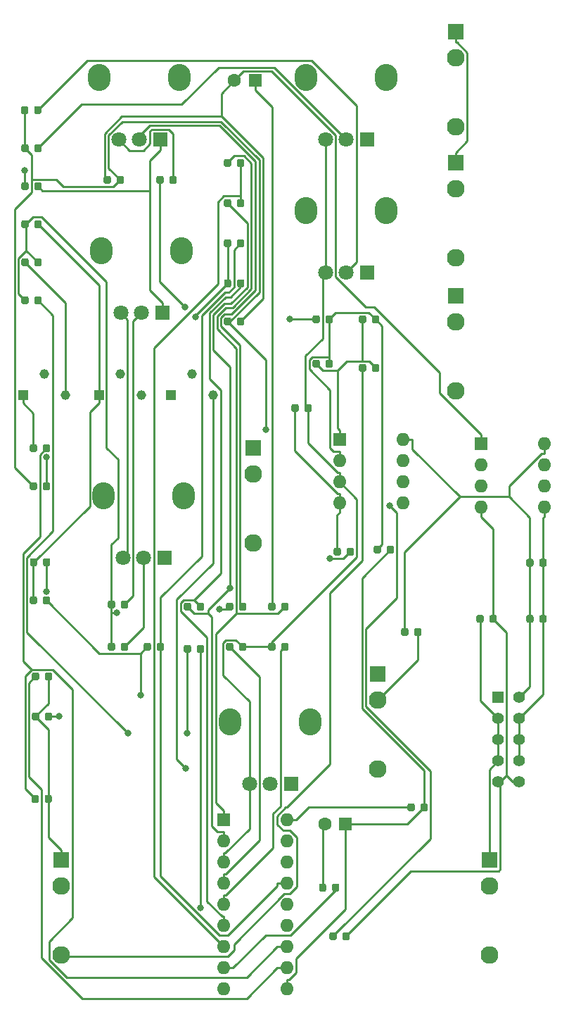
<source format=gtl>
%TF.GenerationSoftware,KiCad,Pcbnew,5.1.8*%
%TF.CreationDate,2020-12-17T16:54:15+01:00*%
%TF.ProjectId,AS3320-VCF,41533333-3230-42d5-9643-462e6b696361,1*%
%TF.SameCoordinates,Original*%
%TF.FileFunction,Copper,L1,Top*%
%TF.FilePolarity,Positive*%
%FSLAX46Y46*%
G04 Gerber Fmt 4.6, Leading zero omitted, Abs format (unit mm)*
G04 Created by KiCad (PCBNEW 5.1.8) date 2020-12-17 16:54:15*
%MOMM*%
%LPD*%
G01*
G04 APERTURE LIST*
%TA.AperFunction,ComponentPad*%
%ADD10O,1.600000X1.600000*%
%TD*%
%TA.AperFunction,ComponentPad*%
%ADD11R,1.600000X1.600000*%
%TD*%
%TA.AperFunction,ComponentPad*%
%ADD12R,1.168000X1.168000*%
%TD*%
%TA.AperFunction,ComponentPad*%
%ADD13C,1.168000*%
%TD*%
%TA.AperFunction,ComponentPad*%
%ADD14R,1.800000X1.800000*%
%TD*%
%TA.AperFunction,ComponentPad*%
%ADD15C,1.800000*%
%TD*%
%TA.AperFunction,ComponentPad*%
%ADD16O,2.720000X3.240000*%
%TD*%
%TA.AperFunction,ComponentPad*%
%ADD17C,2.130000*%
%TD*%
%TA.AperFunction,ComponentPad*%
%ADD18R,1.930000X1.830000*%
%TD*%
%TA.AperFunction,ComponentPad*%
%ADD19C,1.398000*%
%TD*%
%TA.AperFunction,ComponentPad*%
%ADD20R,1.398000X1.398000*%
%TD*%
%TA.AperFunction,ComponentPad*%
%ADD21C,1.600000*%
%TD*%
%TA.AperFunction,ViaPad*%
%ADD22C,0.800000*%
%TD*%
%TA.AperFunction,Conductor*%
%ADD23C,0.250000*%
%TD*%
G04 APERTURE END LIST*
D10*
%TO.P,U3,8*%
%TO.N,+12V*%
X152654000Y-83820000D03*
%TO.P,U3,4*%
%TO.N,-12V*%
X145034000Y-91440000D03*
%TO.P,U3,7*%
%TO.N,N/C*%
X152654000Y-86360000D03*
%TO.P,U3,3*%
%TO.N,GND*%
X145034000Y-88900000D03*
%TO.P,U3,6*%
%TO.N,N/C*%
X152654000Y-88900000D03*
%TO.P,U3,2*%
%TO.N,Net-(C9-Pad2)*%
X145034000Y-86360000D03*
%TO.P,U3,5*%
%TO.N,N/C*%
X152654000Y-91440000D03*
D11*
%TO.P,U3,1*%
%TO.N,Net-(C9-Pad1)*%
X145034000Y-83820000D03*
%TD*%
D10*
%TO.P,U2,18*%
%TO.N,Net-(R22-Pad1)*%
X138684000Y-129540000D03*
%TO.P,U2,9*%
%TO.N,/IRES*%
X131064000Y-149860000D03*
%TO.P,U2,17*%
%TO.N,Net-(R21-Pad1)*%
X138684000Y-132080000D03*
%TO.P,U2,8*%
%TO.N,Net-(R27-Pad2)*%
X131064000Y-147320000D03*
%TO.P,U2,16*%
%TO.N,Net-(C4-Pad2)*%
X138684000Y-134620000D03*
%TO.P,U2,7*%
%TO.N,/OUT1*%
X131064000Y-144780000D03*
%TO.P,U2,15*%
%TO.N,/OUT3*%
X138684000Y-137160000D03*
%TO.P,U2,6*%
%TO.N,/OUT2*%
X131064000Y-142240000D03*
%TO.P,U2,14*%
%TO.N,+12V*%
X138684000Y-139700000D03*
%TO.P,U2,5*%
%TO.N,Net-(C12-Pad2)*%
X131064000Y-139700000D03*
%TO.P,U2,13*%
%TO.N,Net-(RV8-Pad3)*%
X138684000Y-142240000D03*
%TO.P,U2,4*%
%TO.N,Net-(C3-Pad1)*%
X131064000Y-137160000D03*
%TO.P,U2,12*%
%TO.N,/VCFI*%
X138684000Y-144780000D03*
%TO.P,U2,3*%
%TO.N,GND*%
X131064000Y-134620000D03*
%TO.P,U2,11*%
%TO.N,Net-(C5-Pad1)*%
X138684000Y-147320000D03*
%TO.P,U2,2*%
%TO.N,Net-(R18-Pad1)*%
X131064000Y-132080000D03*
%TO.P,U2,10*%
%TO.N,/OUT4*%
X138684000Y-149860000D03*
D11*
%TO.P,U2,1*%
%TO.N,Net-(R16-Pad1)*%
X131064000Y-129540000D03*
%TD*%
D10*
%TO.P,U1,8*%
%TO.N,+12V*%
X169672000Y-84328000D03*
%TO.P,U1,4*%
%TO.N,-12V*%
X162052000Y-91948000D03*
%TO.P,U1,7*%
%TO.N,Net-(R14-Pad1)*%
X169672000Y-86868000D03*
%TO.P,U1,3*%
%TO.N,Net-(R12-Pad1)*%
X162052000Y-89408000D03*
%TO.P,U1,6*%
%TO.N,Net-(R11-Pad2)*%
X169672000Y-89408000D03*
%TO.P,U1,2*%
%TO.N,Net-(C1-Pad1)*%
X162052000Y-86868000D03*
%TO.P,U1,5*%
%TO.N,GND*%
X169672000Y-91948000D03*
D11*
%TO.P,U1,1*%
%TO.N,Net-(C1-Pad2)*%
X162052000Y-84328000D03*
%TD*%
D12*
%TO.P,RV9,1*%
%TO.N,-12V*%
X116078000Y-78486000D03*
D13*
%TO.P,RV9,3*%
%TO.N,Net-(R31-Pad2)*%
X121158000Y-78486000D03*
%TO.P,RV9,2*%
X118618000Y-75946000D03*
%TD*%
%TO.P,RV8,2*%
%TO.N,Net-(R28-Pad1)*%
X127254000Y-75946000D03*
%TO.P,RV8,3*%
%TO.N,Net-(RV8-Pad3)*%
X129794000Y-78486000D03*
D12*
%TO.P,RV8,1*%
%TO.N,Net-(R28-Pad1)*%
X124714000Y-78486000D03*
%TD*%
D13*
%TO.P,RV7,2*%
%TO.N,Net-(R14-Pad1)*%
X109474000Y-75946000D03*
%TO.P,RV7,3*%
%TO.N,Net-(R11-Pad1)*%
X112014000Y-78486000D03*
D12*
%TO.P,RV7,1*%
%TO.N,Net-(R14-Pad1)*%
X106934000Y-78486000D03*
%TD*%
D14*
%TO.P,RV6,1*%
%TO.N,Net-(J3-PadT)*%
X148336000Y-47752000D03*
D15*
%TO.P,RV6,2*%
%TO.N,Net-(R10-Pad2)*%
X145836000Y-47752000D03*
%TO.P,RV6,3*%
%TO.N,GND*%
X143336000Y-47752000D03*
D16*
%TO.P,RV6,*%
%TO.N,*%
X141036000Y-40252000D03*
X150636000Y-40252000D03*
%TD*%
D14*
%TO.P,RV5,1*%
%TO.N,Net-(J2-PadT)*%
X148336000Y-63754000D03*
D15*
%TO.P,RV5,2*%
%TO.N,Net-(R9-Pad2)*%
X145836000Y-63754000D03*
%TO.P,RV5,3*%
%TO.N,GND*%
X143336000Y-63754000D03*
D16*
%TO.P,RV5,*%
%TO.N,*%
X141036000Y-56254000D03*
X150636000Y-56254000D03*
%TD*%
%TO.P,RES,*%
%TO.N,*%
X125998000Y-61080000D03*
X116398000Y-61080000D03*
D15*
%TO.P,RES,3*%
%TO.N,GND*%
X118698000Y-68580000D03*
%TO.P,RES,2*%
%TO.N,Net-(R7-Pad2)*%
X121198000Y-68580000D03*
D14*
%TO.P,RES,1*%
%TO.N,+12V*%
X123698000Y-68580000D03*
%TD*%
D16*
%TO.P,FREQ,*%
%TO.N,*%
X125744000Y-40252000D03*
X116144000Y-40252000D03*
D15*
%TO.P,FREQ,3*%
%TO.N,GND*%
X118444000Y-47752000D03*
%TO.P,FREQ,2*%
%TO.N,Net-(R6-Pad2)*%
X120944000Y-47752000D03*
D14*
%TO.P,FREQ,1*%
%TO.N,+12V*%
X123444000Y-47752000D03*
%TD*%
D16*
%TO.P,RV2,*%
%TO.N,*%
X126252000Y-90544000D03*
X116652000Y-90544000D03*
D15*
%TO.P,RV2,3*%
%TO.N,GND*%
X118952000Y-98044000D03*
%TO.P,RV2,2*%
%TO.N,Net-(R5-Pad2)*%
X121452000Y-98044000D03*
D14*
%TO.P,RV2,1*%
%TO.N,Net-(J6-PadT)*%
X123952000Y-98044000D03*
%TD*%
D16*
%TO.P,RV1,*%
%TO.N,*%
X141492000Y-117722000D03*
X131892000Y-117722000D03*
D15*
%TO.P,RV1,3*%
%TO.N,GND*%
X134192000Y-125222000D03*
%TO.P,RV1,2*%
%TO.N,Net-(R2-Pad1)*%
X136692000Y-125222000D03*
D14*
%TO.P,RV1,1*%
%TO.N,Net-(J4-PadT)*%
X139192000Y-125222000D03*
%TD*%
%TO.P,R33,2*%
%TO.N,Net-(C9-Pad1)*%
%TA.AperFunction,SMDPad,CuDef*%
G36*
G01*
X148940000Y-75440250D02*
X148940000Y-74927750D01*
G75*
G02*
X149158750Y-74709000I218750J0D01*
G01*
X149596250Y-74709000D01*
G75*
G02*
X149815000Y-74927750I0J-218750D01*
G01*
X149815000Y-75440250D01*
G75*
G02*
X149596250Y-75659000I-218750J0D01*
G01*
X149158750Y-75659000D01*
G75*
G02*
X148940000Y-75440250I0J218750D01*
G01*
G37*
%TD.AperFunction*%
%TO.P,R33,1*%
%TO.N,Net-(J8-PadT)*%
%TA.AperFunction,SMDPad,CuDef*%
G36*
G01*
X147365000Y-75440250D02*
X147365000Y-74927750D01*
G75*
G02*
X147583750Y-74709000I218750J0D01*
G01*
X148021250Y-74709000D01*
G75*
G02*
X148240000Y-74927750I0J-218750D01*
G01*
X148240000Y-75440250D01*
G75*
G02*
X148021250Y-75659000I-218750J0D01*
G01*
X147583750Y-75659000D01*
G75*
G02*
X147365000Y-75440250I0J218750D01*
G01*
G37*
%TD.AperFunction*%
%TD*%
%TO.P,R32,2*%
%TO.N,Net-(C9-Pad2)*%
%TA.AperFunction,SMDPad,CuDef*%
G36*
G01*
X148940000Y-69598250D02*
X148940000Y-69085750D01*
G75*
G02*
X149158750Y-68867000I218750J0D01*
G01*
X149596250Y-68867000D01*
G75*
G02*
X149815000Y-69085750I0J-218750D01*
G01*
X149815000Y-69598250D01*
G75*
G02*
X149596250Y-69817000I-218750J0D01*
G01*
X149158750Y-69817000D01*
G75*
G02*
X148940000Y-69598250I0J218750D01*
G01*
G37*
%TD.AperFunction*%
%TO.P,R32,1*%
%TO.N,Net-(C9-Pad1)*%
%TA.AperFunction,SMDPad,CuDef*%
G36*
G01*
X147365000Y-69598250D02*
X147365000Y-69085750D01*
G75*
G02*
X147583750Y-68867000I218750J0D01*
G01*
X148021250Y-68867000D01*
G75*
G02*
X148240000Y-69085750I0J-218750D01*
G01*
X148240000Y-69598250D01*
G75*
G02*
X148021250Y-69817000I-218750J0D01*
G01*
X147583750Y-69817000D01*
G75*
G02*
X147365000Y-69598250I0J218750D01*
G01*
G37*
%TD.AperFunction*%
%TD*%
%TO.P,R31,2*%
%TO.N,Net-(R31-Pad2)*%
%TA.AperFunction,SMDPad,CuDef*%
G36*
G01*
X142652000Y-69085750D02*
X142652000Y-69598250D01*
G75*
G02*
X142433250Y-69817000I-218750J0D01*
G01*
X141995750Y-69817000D01*
G75*
G02*
X141777000Y-69598250I0J218750D01*
G01*
X141777000Y-69085750D01*
G75*
G02*
X141995750Y-68867000I218750J0D01*
G01*
X142433250Y-68867000D01*
G75*
G02*
X142652000Y-69085750I0J-218750D01*
G01*
G37*
%TD.AperFunction*%
%TO.P,R31,1*%
%TO.N,Net-(C9-Pad2)*%
%TA.AperFunction,SMDPad,CuDef*%
G36*
G01*
X144227000Y-69085750D02*
X144227000Y-69598250D01*
G75*
G02*
X144008250Y-69817000I-218750J0D01*
G01*
X143570750Y-69817000D01*
G75*
G02*
X143352000Y-69598250I0J218750D01*
G01*
X143352000Y-69085750D01*
G75*
G02*
X143570750Y-68867000I218750J0D01*
G01*
X144008250Y-68867000D01*
G75*
G02*
X144227000Y-69085750I0J-218750D01*
G01*
G37*
%TD.AperFunction*%
%TD*%
%TO.P,R30,2*%
%TO.N,/OUT4*%
%TA.AperFunction,SMDPad,CuDef*%
G36*
G01*
X150718000Y-97284250D02*
X150718000Y-96771750D01*
G75*
G02*
X150936750Y-96553000I218750J0D01*
G01*
X151374250Y-96553000D01*
G75*
G02*
X151593000Y-96771750I0J-218750D01*
G01*
X151593000Y-97284250D01*
G75*
G02*
X151374250Y-97503000I-218750J0D01*
G01*
X150936750Y-97503000D01*
G75*
G02*
X150718000Y-97284250I0J218750D01*
G01*
G37*
%TD.AperFunction*%
%TO.P,R30,1*%
%TO.N,Net-(C9-Pad2)*%
%TA.AperFunction,SMDPad,CuDef*%
G36*
G01*
X149143000Y-97284250D02*
X149143000Y-96771750D01*
G75*
G02*
X149361750Y-96553000I218750J0D01*
G01*
X149799250Y-96553000D01*
G75*
G02*
X150018000Y-96771750I0J-218750D01*
G01*
X150018000Y-97284250D01*
G75*
G02*
X149799250Y-97503000I-218750J0D01*
G01*
X149361750Y-97503000D01*
G75*
G02*
X149143000Y-97284250I0J218750D01*
G01*
G37*
%TD.AperFunction*%
%TD*%
%TO.P,R29,1*%
%TO.N,Net-(D1-Pad2)*%
%TA.AperFunction,SMDPad,CuDef*%
G36*
G01*
X106725000Y-53596250D02*
X106725000Y-53083750D01*
G75*
G02*
X106943750Y-52865000I218750J0D01*
G01*
X107381250Y-52865000D01*
G75*
G02*
X107600000Y-53083750I0J-218750D01*
G01*
X107600000Y-53596250D01*
G75*
G02*
X107381250Y-53815000I-218750J0D01*
G01*
X106943750Y-53815000D01*
G75*
G02*
X106725000Y-53596250I0J218750D01*
G01*
G37*
%TD.AperFunction*%
%TO.P,R29,2*%
%TO.N,+12V*%
%TA.AperFunction,SMDPad,CuDef*%
G36*
G01*
X108300000Y-53596250D02*
X108300000Y-53083750D01*
G75*
G02*
X108518750Y-52865000I218750J0D01*
G01*
X108956250Y-52865000D01*
G75*
G02*
X109175000Y-53083750I0J-218750D01*
G01*
X109175000Y-53596250D01*
G75*
G02*
X108956250Y-53815000I-218750J0D01*
G01*
X108518750Y-53815000D01*
G75*
G02*
X108300000Y-53596250I0J218750D01*
G01*
G37*
%TD.AperFunction*%
%TD*%
%TO.P,R28,2*%
%TO.N,-12V*%
%TA.AperFunction,SMDPad,CuDef*%
G36*
G01*
X145384000Y-143766250D02*
X145384000Y-143253750D01*
G75*
G02*
X145602750Y-143035000I218750J0D01*
G01*
X146040250Y-143035000D01*
G75*
G02*
X146259000Y-143253750I0J-218750D01*
G01*
X146259000Y-143766250D01*
G75*
G02*
X146040250Y-143985000I-218750J0D01*
G01*
X145602750Y-143985000D01*
G75*
G02*
X145384000Y-143766250I0J218750D01*
G01*
G37*
%TD.AperFunction*%
%TO.P,R28,1*%
%TO.N,Net-(R28-Pad1)*%
%TA.AperFunction,SMDPad,CuDef*%
G36*
G01*
X143809000Y-143766250D02*
X143809000Y-143253750D01*
G75*
G02*
X144027750Y-143035000I218750J0D01*
G01*
X144465250Y-143035000D01*
G75*
G02*
X144684000Y-143253750I0J-218750D01*
G01*
X144684000Y-143766250D01*
G75*
G02*
X144465250Y-143985000I-218750J0D01*
G01*
X144027750Y-143985000D01*
G75*
G02*
X143809000Y-143766250I0J218750D01*
G01*
G37*
%TD.AperFunction*%
%TD*%
%TO.P,R27,2*%
%TO.N,Net-(R27-Pad2)*%
%TA.AperFunction,SMDPad,CuDef*%
G36*
G01*
X144140000Y-137924250D02*
X144140000Y-137411750D01*
G75*
G02*
X144358750Y-137193000I218750J0D01*
G01*
X144796250Y-137193000D01*
G75*
G02*
X145015000Y-137411750I0J-218750D01*
G01*
X145015000Y-137924250D01*
G75*
G02*
X144796250Y-138143000I-218750J0D01*
G01*
X144358750Y-138143000D01*
G75*
G02*
X144140000Y-137924250I0J218750D01*
G01*
G37*
%TD.AperFunction*%
%TO.P,R27,1*%
%TO.N,Net-(C6-Pad2)*%
%TA.AperFunction,SMDPad,CuDef*%
G36*
G01*
X142565000Y-137924250D02*
X142565000Y-137411750D01*
G75*
G02*
X142783750Y-137193000I218750J0D01*
G01*
X143221250Y-137193000D01*
G75*
G02*
X143440000Y-137411750I0J-218750D01*
G01*
X143440000Y-137924250D01*
G75*
G02*
X143221250Y-138143000I-218750J0D01*
G01*
X142783750Y-138143000D01*
G75*
G02*
X142565000Y-137924250I0J218750D01*
G01*
G37*
%TD.AperFunction*%
%TD*%
%TO.P,R26,2*%
%TO.N,-12V*%
%TA.AperFunction,SMDPad,CuDef*%
G36*
G01*
X108616000Y-102867750D02*
X108616000Y-103380250D01*
G75*
G02*
X108397250Y-103599000I-218750J0D01*
G01*
X107959750Y-103599000D01*
G75*
G02*
X107741000Y-103380250I0J218750D01*
G01*
X107741000Y-102867750D01*
G75*
G02*
X107959750Y-102649000I218750J0D01*
G01*
X108397250Y-102649000D01*
G75*
G02*
X108616000Y-102867750I0J-218750D01*
G01*
G37*
%TD.AperFunction*%
%TO.P,R26,1*%
%TO.N,Net-(R22-Pad1)*%
%TA.AperFunction,SMDPad,CuDef*%
G36*
G01*
X110191000Y-102867750D02*
X110191000Y-103380250D01*
G75*
G02*
X109972250Y-103599000I-218750J0D01*
G01*
X109534750Y-103599000D01*
G75*
G02*
X109316000Y-103380250I0J218750D01*
G01*
X109316000Y-102867750D01*
G75*
G02*
X109534750Y-102649000I218750J0D01*
G01*
X109972250Y-102649000D01*
G75*
G02*
X110191000Y-102867750I0J-218750D01*
G01*
G37*
%TD.AperFunction*%
%TD*%
%TO.P,R25,2*%
%TO.N,-12V*%
%TA.AperFunction,SMDPad,CuDef*%
G36*
G01*
X108642000Y-98295750D02*
X108642000Y-98808250D01*
G75*
G02*
X108423250Y-99027000I-218750J0D01*
G01*
X107985750Y-99027000D01*
G75*
G02*
X107767000Y-98808250I0J218750D01*
G01*
X107767000Y-98295750D01*
G75*
G02*
X107985750Y-98077000I218750J0D01*
G01*
X108423250Y-98077000D01*
G75*
G02*
X108642000Y-98295750I0J-218750D01*
G01*
G37*
%TD.AperFunction*%
%TO.P,R25,1*%
%TO.N,Net-(R21-Pad1)*%
%TA.AperFunction,SMDPad,CuDef*%
G36*
G01*
X110217000Y-98295750D02*
X110217000Y-98808250D01*
G75*
G02*
X109998250Y-99027000I-218750J0D01*
G01*
X109560750Y-99027000D01*
G75*
G02*
X109342000Y-98808250I0J218750D01*
G01*
X109342000Y-98295750D01*
G75*
G02*
X109560750Y-98077000I218750J0D01*
G01*
X109998250Y-98077000D01*
G75*
G02*
X110217000Y-98295750I0J-218750D01*
G01*
G37*
%TD.AperFunction*%
%TD*%
%TO.P,R24,2*%
%TO.N,/OUT4*%
%TA.AperFunction,SMDPad,CuDef*%
G36*
G01*
X154782000Y-128272250D02*
X154782000Y-127759750D01*
G75*
G02*
X155000750Y-127541000I218750J0D01*
G01*
X155438250Y-127541000D01*
G75*
G02*
X155657000Y-127759750I0J-218750D01*
G01*
X155657000Y-128272250D01*
G75*
G02*
X155438250Y-128491000I-218750J0D01*
G01*
X155000750Y-128491000D01*
G75*
G02*
X154782000Y-128272250I0J218750D01*
G01*
G37*
%TD.AperFunction*%
%TO.P,R24,1*%
%TO.N,Net-(R22-Pad1)*%
%TA.AperFunction,SMDPad,CuDef*%
G36*
G01*
X153207000Y-128272250D02*
X153207000Y-127759750D01*
G75*
G02*
X153425750Y-127541000I218750J0D01*
G01*
X153863250Y-127541000D01*
G75*
G02*
X154082000Y-127759750I0J-218750D01*
G01*
X154082000Y-128272250D01*
G75*
G02*
X153863250Y-128491000I-218750J0D01*
G01*
X153425750Y-128491000D01*
G75*
G02*
X153207000Y-128272250I0J218750D01*
G01*
G37*
%TD.AperFunction*%
%TD*%
%TO.P,R23,2*%
%TO.N,/OUT2*%
%TA.AperFunction,SMDPad,CuDef*%
G36*
G01*
X132710000Y-65280250D02*
X132710000Y-64767750D01*
G75*
G02*
X132928750Y-64549000I218750J0D01*
G01*
X133366250Y-64549000D01*
G75*
G02*
X133585000Y-64767750I0J-218750D01*
G01*
X133585000Y-65280250D01*
G75*
G02*
X133366250Y-65499000I-218750J0D01*
G01*
X132928750Y-65499000D01*
G75*
G02*
X132710000Y-65280250I0J218750D01*
G01*
G37*
%TD.AperFunction*%
%TO.P,R23,1*%
%TO.N,Net-(R21-Pad1)*%
%TA.AperFunction,SMDPad,CuDef*%
G36*
G01*
X131135000Y-65280250D02*
X131135000Y-64767750D01*
G75*
G02*
X131353750Y-64549000I218750J0D01*
G01*
X131791250Y-64549000D01*
G75*
G02*
X132010000Y-64767750I0J-218750D01*
G01*
X132010000Y-65280250D01*
G75*
G02*
X131791250Y-65499000I-218750J0D01*
G01*
X131353750Y-65499000D01*
G75*
G02*
X131135000Y-65280250I0J218750D01*
G01*
G37*
%TD.AperFunction*%
%TD*%
%TO.P,R22,2*%
%TO.N,/OUT3*%
%TA.AperFunction,SMDPad,CuDef*%
G36*
G01*
X123032000Y-108968250D02*
X123032000Y-108455750D01*
G75*
G02*
X123250750Y-108237000I218750J0D01*
G01*
X123688250Y-108237000D01*
G75*
G02*
X123907000Y-108455750I0J-218750D01*
G01*
X123907000Y-108968250D01*
G75*
G02*
X123688250Y-109187000I-218750J0D01*
G01*
X123250750Y-109187000D01*
G75*
G02*
X123032000Y-108968250I0J218750D01*
G01*
G37*
%TD.AperFunction*%
%TO.P,R22,1*%
%TO.N,Net-(R22-Pad1)*%
%TA.AperFunction,SMDPad,CuDef*%
G36*
G01*
X121457000Y-108968250D02*
X121457000Y-108455750D01*
G75*
G02*
X121675750Y-108237000I218750J0D01*
G01*
X122113250Y-108237000D01*
G75*
G02*
X122332000Y-108455750I0J-218750D01*
G01*
X122332000Y-108968250D01*
G75*
G02*
X122113250Y-109187000I-218750J0D01*
G01*
X121675750Y-109187000D01*
G75*
G02*
X121457000Y-108968250I0J218750D01*
G01*
G37*
%TD.AperFunction*%
%TD*%
%TO.P,R21,2*%
%TO.N,/OUT3*%
%TA.AperFunction,SMDPad,CuDef*%
G36*
G01*
X132684000Y-60454250D02*
X132684000Y-59941750D01*
G75*
G02*
X132902750Y-59723000I218750J0D01*
G01*
X133340250Y-59723000D01*
G75*
G02*
X133559000Y-59941750I0J-218750D01*
G01*
X133559000Y-60454250D01*
G75*
G02*
X133340250Y-60673000I-218750J0D01*
G01*
X132902750Y-60673000D01*
G75*
G02*
X132684000Y-60454250I0J218750D01*
G01*
G37*
%TD.AperFunction*%
%TO.P,R21,1*%
%TO.N,Net-(R21-Pad1)*%
%TA.AperFunction,SMDPad,CuDef*%
G36*
G01*
X131109000Y-60454250D02*
X131109000Y-59941750D01*
G75*
G02*
X131327750Y-59723000I218750J0D01*
G01*
X131765250Y-59723000D01*
G75*
G02*
X131984000Y-59941750I0J-218750D01*
G01*
X131984000Y-60454250D01*
G75*
G02*
X131765250Y-60673000I-218750J0D01*
G01*
X131327750Y-60673000D01*
G75*
G02*
X131109000Y-60454250I0J218750D01*
G01*
G37*
%TD.AperFunction*%
%TD*%
%TO.P,R20,2*%
%TO.N,-12V*%
%TA.AperFunction,SMDPad,CuDef*%
G36*
G01*
X145192000Y-97025750D02*
X145192000Y-97538250D01*
G75*
G02*
X144973250Y-97757000I-218750J0D01*
G01*
X144535750Y-97757000D01*
G75*
G02*
X144317000Y-97538250I0J218750D01*
G01*
X144317000Y-97025750D01*
G75*
G02*
X144535750Y-96807000I218750J0D01*
G01*
X144973250Y-96807000D01*
G75*
G02*
X145192000Y-97025750I0J-218750D01*
G01*
G37*
%TD.AperFunction*%
%TO.P,R20,1*%
%TO.N,Net-(R18-Pad1)*%
%TA.AperFunction,SMDPad,CuDef*%
G36*
G01*
X146767000Y-97025750D02*
X146767000Y-97538250D01*
G75*
G02*
X146548250Y-97757000I-218750J0D01*
G01*
X146110750Y-97757000D01*
G75*
G02*
X145892000Y-97538250I0J218750D01*
G01*
X145892000Y-97025750D01*
G75*
G02*
X146110750Y-96807000I218750J0D01*
G01*
X146548250Y-96807000D01*
G75*
G02*
X146767000Y-97025750I0J-218750D01*
G01*
G37*
%TD.AperFunction*%
%TD*%
%TO.P,R19,2*%
%TO.N,/OUT2*%
%TA.AperFunction,SMDPad,CuDef*%
G36*
G01*
X127858000Y-104142250D02*
X127858000Y-103629750D01*
G75*
G02*
X128076750Y-103411000I218750J0D01*
G01*
X128514250Y-103411000D01*
G75*
G02*
X128733000Y-103629750I0J-218750D01*
G01*
X128733000Y-104142250D01*
G75*
G02*
X128514250Y-104361000I-218750J0D01*
G01*
X128076750Y-104361000D01*
G75*
G02*
X127858000Y-104142250I0J218750D01*
G01*
G37*
%TD.AperFunction*%
%TO.P,R19,1*%
%TO.N,Net-(R18-Pad1)*%
%TA.AperFunction,SMDPad,CuDef*%
G36*
G01*
X126283000Y-104142250D02*
X126283000Y-103629750D01*
G75*
G02*
X126501750Y-103411000I218750J0D01*
G01*
X126939250Y-103411000D01*
G75*
G02*
X127158000Y-103629750I0J-218750D01*
G01*
X127158000Y-104142250D01*
G75*
G02*
X126939250Y-104361000I-218750J0D01*
G01*
X126501750Y-104361000D01*
G75*
G02*
X126283000Y-104142250I0J218750D01*
G01*
G37*
%TD.AperFunction*%
%TD*%
%TO.P,R18,2*%
%TO.N,/OUT1*%
%TA.AperFunction,SMDPad,CuDef*%
G36*
G01*
X132684000Y-55628250D02*
X132684000Y-55115750D01*
G75*
G02*
X132902750Y-54897000I218750J0D01*
G01*
X133340250Y-54897000D01*
G75*
G02*
X133559000Y-55115750I0J-218750D01*
G01*
X133559000Y-55628250D01*
G75*
G02*
X133340250Y-55847000I-218750J0D01*
G01*
X132902750Y-55847000D01*
G75*
G02*
X132684000Y-55628250I0J218750D01*
G01*
G37*
%TD.AperFunction*%
%TO.P,R18,1*%
%TO.N,Net-(R18-Pad1)*%
%TA.AperFunction,SMDPad,CuDef*%
G36*
G01*
X131109000Y-55628250D02*
X131109000Y-55115750D01*
G75*
G02*
X131327750Y-54897000I218750J0D01*
G01*
X131765250Y-54897000D01*
G75*
G02*
X131984000Y-55115750I0J-218750D01*
G01*
X131984000Y-55628250D01*
G75*
G02*
X131765250Y-55847000I-218750J0D01*
G01*
X131327750Y-55847000D01*
G75*
G02*
X131109000Y-55628250I0J218750D01*
G01*
G37*
%TD.AperFunction*%
%TD*%
%TO.P,R17,2*%
%TO.N,/OUT1*%
%TA.AperFunction,SMDPad,CuDef*%
G36*
G01*
X132684000Y-50802250D02*
X132684000Y-50289750D01*
G75*
G02*
X132902750Y-50071000I218750J0D01*
G01*
X133340250Y-50071000D01*
G75*
G02*
X133559000Y-50289750I0J-218750D01*
G01*
X133559000Y-50802250D01*
G75*
G02*
X133340250Y-51021000I-218750J0D01*
G01*
X132902750Y-51021000D01*
G75*
G02*
X132684000Y-50802250I0J218750D01*
G01*
G37*
%TD.AperFunction*%
%TO.P,R17,1*%
%TO.N,Net-(R16-Pad1)*%
%TA.AperFunction,SMDPad,CuDef*%
G36*
G01*
X131109000Y-50802250D02*
X131109000Y-50289750D01*
G75*
G02*
X131327750Y-50071000I218750J0D01*
G01*
X131765250Y-50071000D01*
G75*
G02*
X131984000Y-50289750I0J-218750D01*
G01*
X131984000Y-50802250D01*
G75*
G02*
X131765250Y-51021000I-218750J0D01*
G01*
X131327750Y-51021000D01*
G75*
G02*
X131109000Y-50802250I0J218750D01*
G01*
G37*
%TD.AperFunction*%
%TD*%
%TO.P,R16,1*%
%TO.N,Net-(R16-Pad1)*%
%TA.AperFunction,SMDPad,CuDef*%
G36*
G01*
X138893000Y-103629750D02*
X138893000Y-104142250D01*
G75*
G02*
X138674250Y-104361000I-218750J0D01*
G01*
X138236750Y-104361000D01*
G75*
G02*
X138018000Y-104142250I0J218750D01*
G01*
X138018000Y-103629750D01*
G75*
G02*
X138236750Y-103411000I218750J0D01*
G01*
X138674250Y-103411000D01*
G75*
G02*
X138893000Y-103629750I0J-218750D01*
G01*
G37*
%TD.AperFunction*%
%TO.P,R16,2*%
%TO.N,Net-(C2-Pad1)*%
%TA.AperFunction,SMDPad,CuDef*%
G36*
G01*
X137318000Y-103629750D02*
X137318000Y-104142250D01*
G75*
G02*
X137099250Y-104361000I-218750J0D01*
G01*
X136661750Y-104361000D01*
G75*
G02*
X136443000Y-104142250I0J218750D01*
G01*
X136443000Y-103629750D01*
G75*
G02*
X136661750Y-103411000I218750J0D01*
G01*
X137099250Y-103411000D01*
G75*
G02*
X137318000Y-103629750I0J-218750D01*
G01*
G37*
%TD.AperFunction*%
%TD*%
%TO.P,R15,2*%
%TO.N,GND*%
%TA.AperFunction,SMDPad,CuDef*%
G36*
G01*
X109544000Y-127256250D02*
X109544000Y-126743750D01*
G75*
G02*
X109762750Y-126525000I218750J0D01*
G01*
X110200250Y-126525000D01*
G75*
G02*
X110419000Y-126743750I0J-218750D01*
G01*
X110419000Y-127256250D01*
G75*
G02*
X110200250Y-127475000I-218750J0D01*
G01*
X109762750Y-127475000D01*
G75*
G02*
X109544000Y-127256250I0J218750D01*
G01*
G37*
%TD.AperFunction*%
%TO.P,R15,1*%
%TO.N,/VCFI*%
%TA.AperFunction,SMDPad,CuDef*%
G36*
G01*
X107969000Y-127256250D02*
X107969000Y-126743750D01*
G75*
G02*
X108187750Y-126525000I218750J0D01*
G01*
X108625250Y-126525000D01*
G75*
G02*
X108844000Y-126743750I0J-218750D01*
G01*
X108844000Y-127256250D01*
G75*
G02*
X108625250Y-127475000I-218750J0D01*
G01*
X108187750Y-127475000D01*
G75*
G02*
X107969000Y-127256250I0J218750D01*
G01*
G37*
%TD.AperFunction*%
%TD*%
%TO.P,R14,2*%
%TO.N,/VCFI*%
%TA.AperFunction,SMDPad,CuDef*%
G36*
G01*
X109316000Y-85092250D02*
X109316000Y-84579750D01*
G75*
G02*
X109534750Y-84361000I218750J0D01*
G01*
X109972250Y-84361000D01*
G75*
G02*
X110191000Y-84579750I0J-218750D01*
G01*
X110191000Y-85092250D01*
G75*
G02*
X109972250Y-85311000I-218750J0D01*
G01*
X109534750Y-85311000D01*
G75*
G02*
X109316000Y-85092250I0J218750D01*
G01*
G37*
%TD.AperFunction*%
%TO.P,R14,1*%
%TO.N,Net-(R14-Pad1)*%
%TA.AperFunction,SMDPad,CuDef*%
G36*
G01*
X107741000Y-85092250D02*
X107741000Y-84579750D01*
G75*
G02*
X107959750Y-84361000I218750J0D01*
G01*
X108397250Y-84361000D01*
G75*
G02*
X108616000Y-84579750I0J-218750D01*
G01*
X108616000Y-85092250D01*
G75*
G02*
X108397250Y-85311000I-218750J0D01*
G01*
X107959750Y-85311000D01*
G75*
G02*
X107741000Y-85092250I0J218750D01*
G01*
G37*
%TD.AperFunction*%
%TD*%
%TO.P,R13,2*%
%TO.N,Net-(C1-Pad1)*%
%TA.AperFunction,SMDPad,CuDef*%
G36*
G01*
X118206000Y-52834250D02*
X118206000Y-52321750D01*
G75*
G02*
X118424750Y-52103000I218750J0D01*
G01*
X118862250Y-52103000D01*
G75*
G02*
X119081000Y-52321750I0J-218750D01*
G01*
X119081000Y-52834250D01*
G75*
G02*
X118862250Y-53053000I-218750J0D01*
G01*
X118424750Y-53053000D01*
G75*
G02*
X118206000Y-52834250I0J218750D01*
G01*
G37*
%TD.AperFunction*%
%TO.P,R13,1*%
%TO.N,Net-(C1-Pad2)*%
%TA.AperFunction,SMDPad,CuDef*%
G36*
G01*
X116631000Y-52834250D02*
X116631000Y-52321750D01*
G75*
G02*
X116849750Y-52103000I218750J0D01*
G01*
X117287250Y-52103000D01*
G75*
G02*
X117506000Y-52321750I0J-218750D01*
G01*
X117506000Y-52834250D01*
G75*
G02*
X117287250Y-53053000I-218750J0D01*
G01*
X116849750Y-53053000D01*
G75*
G02*
X116631000Y-52834250I0J218750D01*
G01*
G37*
%TD.AperFunction*%
%TD*%
%TO.P,R12,2*%
%TO.N,GND*%
%TA.AperFunction,SMDPad,CuDef*%
G36*
G01*
X124556000Y-52834250D02*
X124556000Y-52321750D01*
G75*
G02*
X124774750Y-52103000I218750J0D01*
G01*
X125212250Y-52103000D01*
G75*
G02*
X125431000Y-52321750I0J-218750D01*
G01*
X125431000Y-52834250D01*
G75*
G02*
X125212250Y-53053000I-218750J0D01*
G01*
X124774750Y-53053000D01*
G75*
G02*
X124556000Y-52834250I0J218750D01*
G01*
G37*
%TD.AperFunction*%
%TO.P,R12,1*%
%TO.N,Net-(R12-Pad1)*%
%TA.AperFunction,SMDPad,CuDef*%
G36*
G01*
X122981000Y-52834250D02*
X122981000Y-52321750D01*
G75*
G02*
X123199750Y-52103000I218750J0D01*
G01*
X123637250Y-52103000D01*
G75*
G02*
X123856000Y-52321750I0J-218750D01*
G01*
X123856000Y-52834250D01*
G75*
G02*
X123637250Y-53053000I-218750J0D01*
G01*
X123199750Y-53053000D01*
G75*
G02*
X122981000Y-52834250I0J218750D01*
G01*
G37*
%TD.AperFunction*%
%TD*%
%TO.P,R11,2*%
%TO.N,Net-(R11-Pad2)*%
%TA.AperFunction,SMDPad,CuDef*%
G36*
G01*
X108300000Y-62740250D02*
X108300000Y-62227750D01*
G75*
G02*
X108518750Y-62009000I218750J0D01*
G01*
X108956250Y-62009000D01*
G75*
G02*
X109175000Y-62227750I0J-218750D01*
G01*
X109175000Y-62740250D01*
G75*
G02*
X108956250Y-62959000I-218750J0D01*
G01*
X108518750Y-62959000D01*
G75*
G02*
X108300000Y-62740250I0J218750D01*
G01*
G37*
%TD.AperFunction*%
%TO.P,R11,1*%
%TO.N,Net-(R11-Pad1)*%
%TA.AperFunction,SMDPad,CuDef*%
G36*
G01*
X106725000Y-62740250D02*
X106725000Y-62227750D01*
G75*
G02*
X106943750Y-62009000I218750J0D01*
G01*
X107381250Y-62009000D01*
G75*
G02*
X107600000Y-62227750I0J-218750D01*
G01*
X107600000Y-62740250D01*
G75*
G02*
X107381250Y-62959000I-218750J0D01*
G01*
X106943750Y-62959000D01*
G75*
G02*
X106725000Y-62740250I0J218750D01*
G01*
G37*
%TD.AperFunction*%
%TD*%
%TO.P,R10,2*%
%TO.N,Net-(R10-Pad2)*%
%TA.AperFunction,SMDPad,CuDef*%
G36*
G01*
X108300000Y-49024250D02*
X108300000Y-48511750D01*
G75*
G02*
X108518750Y-48293000I218750J0D01*
G01*
X108956250Y-48293000D01*
G75*
G02*
X109175000Y-48511750I0J-218750D01*
G01*
X109175000Y-49024250D01*
G75*
G02*
X108956250Y-49243000I-218750J0D01*
G01*
X108518750Y-49243000D01*
G75*
G02*
X108300000Y-49024250I0J218750D01*
G01*
G37*
%TD.AperFunction*%
%TO.P,R10,1*%
%TO.N,Net-(C1-Pad1)*%
%TA.AperFunction,SMDPad,CuDef*%
G36*
G01*
X106725000Y-49024250D02*
X106725000Y-48511750D01*
G75*
G02*
X106943750Y-48293000I218750J0D01*
G01*
X107381250Y-48293000D01*
G75*
G02*
X107600000Y-48511750I0J-218750D01*
G01*
X107600000Y-49024250D01*
G75*
G02*
X107381250Y-49243000I-218750J0D01*
G01*
X106943750Y-49243000D01*
G75*
G02*
X106725000Y-49024250I0J218750D01*
G01*
G37*
%TD.AperFunction*%
%TD*%
%TO.P,R9,2*%
%TO.N,Net-(R9-Pad2)*%
%TA.AperFunction,SMDPad,CuDef*%
G36*
G01*
X108274000Y-44452250D02*
X108274000Y-43939750D01*
G75*
G02*
X108492750Y-43721000I218750J0D01*
G01*
X108930250Y-43721000D01*
G75*
G02*
X109149000Y-43939750I0J-218750D01*
G01*
X109149000Y-44452250D01*
G75*
G02*
X108930250Y-44671000I-218750J0D01*
G01*
X108492750Y-44671000D01*
G75*
G02*
X108274000Y-44452250I0J218750D01*
G01*
G37*
%TD.AperFunction*%
%TO.P,R9,1*%
%TO.N,Net-(C1-Pad1)*%
%TA.AperFunction,SMDPad,CuDef*%
G36*
G01*
X106699000Y-44452250D02*
X106699000Y-43939750D01*
G75*
G02*
X106917750Y-43721000I218750J0D01*
G01*
X107355250Y-43721000D01*
G75*
G02*
X107574000Y-43939750I0J-218750D01*
G01*
X107574000Y-44452250D01*
G75*
G02*
X107355250Y-44671000I-218750J0D01*
G01*
X106917750Y-44671000D01*
G75*
G02*
X106699000Y-44452250I0J218750D01*
G01*
G37*
%TD.AperFunction*%
%TD*%
%TO.P,R8,2*%
%TO.N,Net-(J1-PadT)*%
%TA.AperFunction,SMDPad,CuDef*%
G36*
G01*
X109316000Y-89664250D02*
X109316000Y-89151750D01*
G75*
G02*
X109534750Y-88933000I218750J0D01*
G01*
X109972250Y-88933000D01*
G75*
G02*
X110191000Y-89151750I0J-218750D01*
G01*
X110191000Y-89664250D01*
G75*
G02*
X109972250Y-89883000I-218750J0D01*
G01*
X109534750Y-89883000D01*
G75*
G02*
X109316000Y-89664250I0J218750D01*
G01*
G37*
%TD.AperFunction*%
%TO.P,R8,1*%
%TO.N,Net-(C1-Pad1)*%
%TA.AperFunction,SMDPad,CuDef*%
G36*
G01*
X107741000Y-89664250D02*
X107741000Y-89151750D01*
G75*
G02*
X107959750Y-88933000I218750J0D01*
G01*
X108397250Y-88933000D01*
G75*
G02*
X108616000Y-89151750I0J-218750D01*
G01*
X108616000Y-89664250D01*
G75*
G02*
X108397250Y-89883000I-218750J0D01*
G01*
X107959750Y-89883000D01*
G75*
G02*
X107741000Y-89664250I0J218750D01*
G01*
G37*
%TD.AperFunction*%
%TD*%
%TO.P,R7,2*%
%TO.N,Net-(R7-Pad2)*%
%TA.AperFunction,SMDPad,CuDef*%
G36*
G01*
X118714000Y-103888250D02*
X118714000Y-103375750D01*
G75*
G02*
X118932750Y-103157000I218750J0D01*
G01*
X119370250Y-103157000D01*
G75*
G02*
X119589000Y-103375750I0J-218750D01*
G01*
X119589000Y-103888250D01*
G75*
G02*
X119370250Y-104107000I-218750J0D01*
G01*
X118932750Y-104107000D01*
G75*
G02*
X118714000Y-103888250I0J218750D01*
G01*
G37*
%TD.AperFunction*%
%TO.P,R7,1*%
%TO.N,Net-(R11-Pad2)*%
%TA.AperFunction,SMDPad,CuDef*%
G36*
G01*
X117139000Y-103888250D02*
X117139000Y-103375750D01*
G75*
G02*
X117357750Y-103157000I218750J0D01*
G01*
X117795250Y-103157000D01*
G75*
G02*
X118014000Y-103375750I0J-218750D01*
G01*
X118014000Y-103888250D01*
G75*
G02*
X117795250Y-104107000I-218750J0D01*
G01*
X117357750Y-104107000D01*
G75*
G02*
X117139000Y-103888250I0J218750D01*
G01*
G37*
%TD.AperFunction*%
%TD*%
%TO.P,R6,2*%
%TO.N,Net-(R6-Pad2)*%
%TA.AperFunction,SMDPad,CuDef*%
G36*
G01*
X132938000Y-104142250D02*
X132938000Y-103629750D01*
G75*
G02*
X133156750Y-103411000I218750J0D01*
G01*
X133594250Y-103411000D01*
G75*
G02*
X133813000Y-103629750I0J-218750D01*
G01*
X133813000Y-104142250D01*
G75*
G02*
X133594250Y-104361000I-218750J0D01*
G01*
X133156750Y-104361000D01*
G75*
G02*
X132938000Y-104142250I0J218750D01*
G01*
G37*
%TD.AperFunction*%
%TO.P,R6,1*%
%TO.N,Net-(R11-Pad2)*%
%TA.AperFunction,SMDPad,CuDef*%
G36*
G01*
X131363000Y-104142250D02*
X131363000Y-103629750D01*
G75*
G02*
X131581750Y-103411000I218750J0D01*
G01*
X132019250Y-103411000D01*
G75*
G02*
X132238000Y-103629750I0J-218750D01*
G01*
X132238000Y-104142250D01*
G75*
G02*
X132019250Y-104361000I-218750J0D01*
G01*
X131581750Y-104361000D01*
G75*
G02*
X131363000Y-104142250I0J218750D01*
G01*
G37*
%TD.AperFunction*%
%TD*%
%TO.P,R5,2*%
%TO.N,Net-(R5-Pad2)*%
%TA.AperFunction,SMDPad,CuDef*%
G36*
G01*
X118714000Y-108968250D02*
X118714000Y-108455750D01*
G75*
G02*
X118932750Y-108237000I218750J0D01*
G01*
X119370250Y-108237000D01*
G75*
G02*
X119589000Y-108455750I0J-218750D01*
G01*
X119589000Y-108968250D01*
G75*
G02*
X119370250Y-109187000I-218750J0D01*
G01*
X118932750Y-109187000D01*
G75*
G02*
X118714000Y-108968250I0J218750D01*
G01*
G37*
%TD.AperFunction*%
%TO.P,R5,1*%
%TO.N,Net-(R11-Pad2)*%
%TA.AperFunction,SMDPad,CuDef*%
G36*
G01*
X117139000Y-108968250D02*
X117139000Y-108455750D01*
G75*
G02*
X117357750Y-108237000I218750J0D01*
G01*
X117795250Y-108237000D01*
G75*
G02*
X118014000Y-108455750I0J-218750D01*
G01*
X118014000Y-108968250D01*
G75*
G02*
X117795250Y-109187000I-218750J0D01*
G01*
X117357750Y-109187000D01*
G75*
G02*
X117139000Y-108968250I0J218750D01*
G01*
G37*
%TD.AperFunction*%
%TD*%
%TO.P,R4,2*%
%TO.N,Net-(J5-PadT)*%
%TA.AperFunction,SMDPad,CuDef*%
G36*
G01*
X108300000Y-67312250D02*
X108300000Y-66799750D01*
G75*
G02*
X108518750Y-66581000I218750J0D01*
G01*
X108956250Y-66581000D01*
G75*
G02*
X109175000Y-66799750I0J-218750D01*
G01*
X109175000Y-67312250D01*
G75*
G02*
X108956250Y-67531000I-218750J0D01*
G01*
X108518750Y-67531000D01*
G75*
G02*
X108300000Y-67312250I0J218750D01*
G01*
G37*
%TD.AperFunction*%
%TO.P,R4,1*%
%TO.N,Net-(R11-Pad2)*%
%TA.AperFunction,SMDPad,CuDef*%
G36*
G01*
X106725000Y-67312250D02*
X106725000Y-66799750D01*
G75*
G02*
X106943750Y-66581000I218750J0D01*
G01*
X107381250Y-66581000D01*
G75*
G02*
X107600000Y-66799750I0J-218750D01*
G01*
X107600000Y-67312250D01*
G75*
G02*
X107381250Y-67531000I-218750J0D01*
G01*
X106943750Y-67531000D01*
G75*
G02*
X106725000Y-67312250I0J218750D01*
G01*
G37*
%TD.AperFunction*%
%TD*%
%TO.P,R3,2*%
%TO.N,-12V*%
%TA.AperFunction,SMDPad,CuDef*%
G36*
G01*
X108300000Y-58168250D02*
X108300000Y-57655750D01*
G75*
G02*
X108518750Y-57437000I218750J0D01*
G01*
X108956250Y-57437000D01*
G75*
G02*
X109175000Y-57655750I0J-218750D01*
G01*
X109175000Y-58168250D01*
G75*
G02*
X108956250Y-58387000I-218750J0D01*
G01*
X108518750Y-58387000D01*
G75*
G02*
X108300000Y-58168250I0J218750D01*
G01*
G37*
%TD.AperFunction*%
%TO.P,R3,1*%
%TO.N,Net-(R11-Pad2)*%
%TA.AperFunction,SMDPad,CuDef*%
G36*
G01*
X106725000Y-58168250D02*
X106725000Y-57655750D01*
G75*
G02*
X106943750Y-57437000I218750J0D01*
G01*
X107381250Y-57437000D01*
G75*
G02*
X107600000Y-57655750I0J-218750D01*
G01*
X107600000Y-58168250D01*
G75*
G02*
X107381250Y-58387000I-218750J0D01*
G01*
X106943750Y-58387000D01*
G75*
G02*
X106725000Y-58168250I0J218750D01*
G01*
G37*
%TD.AperFunction*%
%TD*%
%TO.P,R2,1*%
%TO.N,Net-(R2-Pad1)*%
%TA.AperFunction,SMDPad,CuDef*%
G36*
G01*
X126283000Y-109222250D02*
X126283000Y-108709750D01*
G75*
G02*
X126501750Y-108491000I218750J0D01*
G01*
X126939250Y-108491000D01*
G75*
G02*
X127158000Y-108709750I0J-218750D01*
G01*
X127158000Y-109222250D01*
G75*
G02*
X126939250Y-109441000I-218750J0D01*
G01*
X126501750Y-109441000D01*
G75*
G02*
X126283000Y-109222250I0J218750D01*
G01*
G37*
%TD.AperFunction*%
%TO.P,R2,2*%
%TO.N,/IRES*%
%TA.AperFunction,SMDPad,CuDef*%
G36*
G01*
X127858000Y-109222250D02*
X127858000Y-108709750D01*
G75*
G02*
X128076750Y-108491000I218750J0D01*
G01*
X128514250Y-108491000D01*
G75*
G02*
X128733000Y-108709750I0J-218750D01*
G01*
X128733000Y-109222250D01*
G75*
G02*
X128514250Y-109441000I-218750J0D01*
G01*
X128076750Y-109441000D01*
G75*
G02*
X127858000Y-109222250I0J218750D01*
G01*
G37*
%TD.AperFunction*%
%TD*%
%TO.P,R1,2*%
%TO.N,+12V*%
%TA.AperFunction,SMDPad,CuDef*%
G36*
G01*
X153320000Y-106677750D02*
X153320000Y-107190250D01*
G75*
G02*
X153101250Y-107409000I-218750J0D01*
G01*
X152663750Y-107409000D01*
G75*
G02*
X152445000Y-107190250I0J218750D01*
G01*
X152445000Y-106677750D01*
G75*
G02*
X152663750Y-106459000I218750J0D01*
G01*
X153101250Y-106459000D01*
G75*
G02*
X153320000Y-106677750I0J-218750D01*
G01*
G37*
%TD.AperFunction*%
%TO.P,R1,1*%
%TO.N,Net-(J4-PadTN)*%
%TA.AperFunction,SMDPad,CuDef*%
G36*
G01*
X154895000Y-106677750D02*
X154895000Y-107190250D01*
G75*
G02*
X154676250Y-107409000I-218750J0D01*
G01*
X154238750Y-107409000D01*
G75*
G02*
X154020000Y-107190250I0J218750D01*
G01*
X154020000Y-106677750D01*
G75*
G02*
X154238750Y-106459000I218750J0D01*
G01*
X154676250Y-106459000D01*
G75*
G02*
X154895000Y-106677750I0J-218750D01*
G01*
G37*
%TD.AperFunction*%
%TD*%
D17*
%TO.P,J8,TN*%
%TO.N,N/C*%
X111506000Y-137466000D03*
D18*
%TO.P,J8,S*%
%TO.N,GND*%
X111506000Y-134366000D03*
D17*
%TO.P,J8,T*%
%TO.N,Net-(J8-PadT)*%
X111506000Y-145766000D03*
%TD*%
D19*
%TO.P,J7,9*%
%TO.N,-12V*%
X164100000Y-124968000D03*
%TO.P,J7,7*%
%TO.N,GND*%
X164100000Y-122428000D03*
%TO.P,J7,10*%
%TO.N,-12V*%
X166640000Y-124968000D03*
%TO.P,J7,8*%
%TO.N,GND*%
X166640000Y-122428000D03*
D20*
%TO.P,J7,1*%
%TO.N,+12V*%
X164100000Y-114808000D03*
D19*
%TO.P,J7,3*%
%TO.N,GND*%
X164100000Y-117348000D03*
%TO.P,J7,2*%
%TO.N,+12V*%
X166640000Y-114808000D03*
%TO.P,J7,4*%
%TO.N,GND*%
X166640000Y-117348000D03*
%TO.P,J7,5*%
X164100000Y-119888000D03*
%TO.P,J7,6*%
X166640000Y-119888000D03*
%TD*%
D17*
%TO.P,J6,T*%
%TO.N,Net-(J6-PadT)*%
X134620000Y-96236000D03*
D18*
%TO.P,J6,S*%
%TO.N,GND*%
X134620000Y-84836000D03*
D17*
%TO.P,J6,TN*%
%TO.N,N/C*%
X134620000Y-87936000D03*
%TD*%
%TO.P,J5,TN*%
%TO.N,N/C*%
X163068000Y-137466000D03*
D18*
%TO.P,J5,S*%
%TO.N,GND*%
X163068000Y-134366000D03*
D17*
%TO.P,J5,T*%
%TO.N,Net-(J5-PadT)*%
X163068000Y-145766000D03*
%TD*%
%TO.P,J4,T*%
%TO.N,Net-(J4-PadT)*%
X149606000Y-123414000D03*
D18*
%TO.P,J4,S*%
%TO.N,GND*%
X149606000Y-112014000D03*
D17*
%TO.P,J4,TN*%
%TO.N,Net-(J4-PadTN)*%
X149606000Y-115114000D03*
%TD*%
%TO.P,J3,TN*%
%TO.N,N/C*%
X159004000Y-37898000D03*
D18*
%TO.P,J3,S*%
%TO.N,GND*%
X159004000Y-34798000D03*
D17*
%TO.P,J3,T*%
%TO.N,Net-(J3-PadT)*%
X159004000Y-46198000D03*
%TD*%
%TO.P,J2,TN*%
%TO.N,N/C*%
X159004000Y-53646000D03*
D18*
%TO.P,J2,S*%
%TO.N,GND*%
X159004000Y-50546000D03*
D17*
%TO.P,J2,T*%
%TO.N,Net-(J2-PadT)*%
X159004000Y-61946000D03*
%TD*%
%TO.P,J1,T*%
%TO.N,Net-(J1-PadT)*%
X159004000Y-77948000D03*
D18*
%TO.P,J1,S*%
%TO.N,GND*%
X159004000Y-66548000D03*
D17*
%TO.P,J1,TN*%
%TO.N,N/C*%
X159004000Y-69648000D03*
%TD*%
%TO.P,C12,2*%
%TO.N,Net-(C12-Pad2)*%
%TA.AperFunction,SMDPad,CuDef*%
G36*
G01*
X138018000Y-108968250D02*
X138018000Y-108455750D01*
G75*
G02*
X138236750Y-108237000I218750J0D01*
G01*
X138674250Y-108237000D01*
G75*
G02*
X138893000Y-108455750I0J-218750D01*
G01*
X138893000Y-108968250D01*
G75*
G02*
X138674250Y-109187000I-218750J0D01*
G01*
X138236750Y-109187000D01*
G75*
G02*
X138018000Y-108968250I0J218750D01*
G01*
G37*
%TD.AperFunction*%
%TO.P,C12,1*%
%TO.N,GND*%
%TA.AperFunction,SMDPad,CuDef*%
G36*
G01*
X136443000Y-108968250D02*
X136443000Y-108455750D01*
G75*
G02*
X136661750Y-108237000I218750J0D01*
G01*
X137099250Y-108237000D01*
G75*
G02*
X137318000Y-108455750I0J-218750D01*
G01*
X137318000Y-108968250D01*
G75*
G02*
X137099250Y-109187000I-218750J0D01*
G01*
X136661750Y-109187000D01*
G75*
G02*
X136443000Y-108968250I0J218750D01*
G01*
G37*
%TD.AperFunction*%
%TD*%
%TO.P,C11,2*%
%TO.N,GND*%
%TA.AperFunction,SMDPad,CuDef*%
G36*
G01*
X169094000Y-105612250D02*
X169094000Y-105099750D01*
G75*
G02*
X169312750Y-104881000I218750J0D01*
G01*
X169750250Y-104881000D01*
G75*
G02*
X169969000Y-105099750I0J-218750D01*
G01*
X169969000Y-105612250D01*
G75*
G02*
X169750250Y-105831000I-218750J0D01*
G01*
X169312750Y-105831000D01*
G75*
G02*
X169094000Y-105612250I0J218750D01*
G01*
G37*
%TD.AperFunction*%
%TO.P,C11,1*%
%TO.N,+12V*%
%TA.AperFunction,SMDPad,CuDef*%
G36*
G01*
X167519000Y-105612250D02*
X167519000Y-105099750D01*
G75*
G02*
X167737750Y-104881000I218750J0D01*
G01*
X168175250Y-104881000D01*
G75*
G02*
X168394000Y-105099750I0J-218750D01*
G01*
X168394000Y-105612250D01*
G75*
G02*
X168175250Y-105831000I-218750J0D01*
G01*
X167737750Y-105831000D01*
G75*
G02*
X167519000Y-105612250I0J218750D01*
G01*
G37*
%TD.AperFunction*%
%TD*%
%TO.P,C10,2*%
%TO.N,GND*%
%TA.AperFunction,SMDPad,CuDef*%
G36*
G01*
X169094000Y-98862250D02*
X169094000Y-98349750D01*
G75*
G02*
X169312750Y-98131000I218750J0D01*
G01*
X169750250Y-98131000D01*
G75*
G02*
X169969000Y-98349750I0J-218750D01*
G01*
X169969000Y-98862250D01*
G75*
G02*
X169750250Y-99081000I-218750J0D01*
G01*
X169312750Y-99081000D01*
G75*
G02*
X169094000Y-98862250I0J218750D01*
G01*
G37*
%TD.AperFunction*%
%TO.P,C10,1*%
%TO.N,+12V*%
%TA.AperFunction,SMDPad,CuDef*%
G36*
G01*
X167519000Y-98862250D02*
X167519000Y-98349750D01*
G75*
G02*
X167737750Y-98131000I218750J0D01*
G01*
X168175250Y-98131000D01*
G75*
G02*
X168394000Y-98349750I0J-218750D01*
G01*
X168394000Y-98862250D01*
G75*
G02*
X168175250Y-99081000I-218750J0D01*
G01*
X167737750Y-99081000D01*
G75*
G02*
X167519000Y-98862250I0J218750D01*
G01*
G37*
%TD.AperFunction*%
%TD*%
%TO.P,C9,2*%
%TO.N,Net-(C9-Pad2)*%
%TA.AperFunction,SMDPad,CuDef*%
G36*
G01*
X143352000Y-74932250D02*
X143352000Y-74419750D01*
G75*
G02*
X143570750Y-74201000I218750J0D01*
G01*
X144008250Y-74201000D01*
G75*
G02*
X144227000Y-74419750I0J-218750D01*
G01*
X144227000Y-74932250D01*
G75*
G02*
X144008250Y-75151000I-218750J0D01*
G01*
X143570750Y-75151000D01*
G75*
G02*
X143352000Y-74932250I0J218750D01*
G01*
G37*
%TD.AperFunction*%
%TO.P,C9,1*%
%TO.N,Net-(C9-Pad1)*%
%TA.AperFunction,SMDPad,CuDef*%
G36*
G01*
X141777000Y-74932250D02*
X141777000Y-74419750D01*
G75*
G02*
X141995750Y-74201000I218750J0D01*
G01*
X142433250Y-74201000D01*
G75*
G02*
X142652000Y-74419750I0J-218750D01*
G01*
X142652000Y-74932250D01*
G75*
G02*
X142433250Y-75151000I-218750J0D01*
G01*
X141995750Y-75151000D01*
G75*
G02*
X141777000Y-74932250I0J218750D01*
G01*
G37*
%TD.AperFunction*%
%TD*%
%TO.P,C8,2*%
%TO.N,-12V*%
%TA.AperFunction,SMDPad,CuDef*%
G36*
G01*
X163094000Y-105612250D02*
X163094000Y-105099750D01*
G75*
G02*
X163312750Y-104881000I218750J0D01*
G01*
X163750250Y-104881000D01*
G75*
G02*
X163969000Y-105099750I0J-218750D01*
G01*
X163969000Y-105612250D01*
G75*
G02*
X163750250Y-105831000I-218750J0D01*
G01*
X163312750Y-105831000D01*
G75*
G02*
X163094000Y-105612250I0J218750D01*
G01*
G37*
%TD.AperFunction*%
%TO.P,C8,1*%
%TO.N,GND*%
%TA.AperFunction,SMDPad,CuDef*%
G36*
G01*
X161519000Y-105612250D02*
X161519000Y-105099750D01*
G75*
G02*
X161737750Y-104881000I218750J0D01*
G01*
X162175250Y-104881000D01*
G75*
G02*
X162394000Y-105099750I0J-218750D01*
G01*
X162394000Y-105612250D01*
G75*
G02*
X162175250Y-105831000I-218750J0D01*
G01*
X161737750Y-105831000D01*
G75*
G02*
X161519000Y-105612250I0J218750D01*
G01*
G37*
%TD.AperFunction*%
%TD*%
%TO.P,C7,2*%
%TO.N,-12V*%
%TA.AperFunction,SMDPad,CuDef*%
G36*
G01*
X140112000Y-79753750D02*
X140112000Y-80266250D01*
G75*
G02*
X139893250Y-80485000I-218750J0D01*
G01*
X139455750Y-80485000D01*
G75*
G02*
X139237000Y-80266250I0J218750D01*
G01*
X139237000Y-79753750D01*
G75*
G02*
X139455750Y-79535000I218750J0D01*
G01*
X139893250Y-79535000D01*
G75*
G02*
X140112000Y-79753750I0J-218750D01*
G01*
G37*
%TD.AperFunction*%
%TO.P,C7,1*%
%TO.N,GND*%
%TA.AperFunction,SMDPad,CuDef*%
G36*
G01*
X141687000Y-79753750D02*
X141687000Y-80266250D01*
G75*
G02*
X141468250Y-80485000I-218750J0D01*
G01*
X141030750Y-80485000D01*
G75*
G02*
X140812000Y-80266250I0J218750D01*
G01*
X140812000Y-79753750D01*
G75*
G02*
X141030750Y-79535000I218750J0D01*
G01*
X141468250Y-79535000D01*
G75*
G02*
X141687000Y-79753750I0J-218750D01*
G01*
G37*
%TD.AperFunction*%
%TD*%
D11*
%TO.P,C6,1*%
%TO.N,/OUT4*%
X145756000Y-130048000D03*
D21*
%TO.P,C6,2*%
%TO.N,Net-(C6-Pad2)*%
X143256000Y-130048000D03*
%TD*%
%TO.P,C5,2*%
%TO.N,GND*%
%TA.AperFunction,SMDPad,CuDef*%
G36*
G01*
X109570000Y-112524250D02*
X109570000Y-112011750D01*
G75*
G02*
X109788750Y-111793000I218750J0D01*
G01*
X110226250Y-111793000D01*
G75*
G02*
X110445000Y-112011750I0J-218750D01*
G01*
X110445000Y-112524250D01*
G75*
G02*
X110226250Y-112743000I-218750J0D01*
G01*
X109788750Y-112743000D01*
G75*
G02*
X109570000Y-112524250I0J218750D01*
G01*
G37*
%TD.AperFunction*%
%TO.P,C5,1*%
%TO.N,Net-(C5-Pad1)*%
%TA.AperFunction,SMDPad,CuDef*%
G36*
G01*
X107995000Y-112524250D02*
X107995000Y-112011750D01*
G75*
G02*
X108213750Y-111793000I218750J0D01*
G01*
X108651250Y-111793000D01*
G75*
G02*
X108870000Y-112011750I0J-218750D01*
G01*
X108870000Y-112524250D01*
G75*
G02*
X108651250Y-112743000I-218750J0D01*
G01*
X108213750Y-112743000D01*
G75*
G02*
X107995000Y-112524250I0J218750D01*
G01*
G37*
%TD.AperFunction*%
%TD*%
%TO.P,C4,2*%
%TO.N,Net-(C4-Pad2)*%
%TA.AperFunction,SMDPad,CuDef*%
G36*
G01*
X109570000Y-117350250D02*
X109570000Y-116837750D01*
G75*
G02*
X109788750Y-116619000I218750J0D01*
G01*
X110226250Y-116619000D01*
G75*
G02*
X110445000Y-116837750I0J-218750D01*
G01*
X110445000Y-117350250D01*
G75*
G02*
X110226250Y-117569000I-218750J0D01*
G01*
X109788750Y-117569000D01*
G75*
G02*
X109570000Y-117350250I0J218750D01*
G01*
G37*
%TD.AperFunction*%
%TO.P,C4,1*%
%TO.N,GND*%
%TA.AperFunction,SMDPad,CuDef*%
G36*
G01*
X107995000Y-117350250D02*
X107995000Y-116837750D01*
G75*
G02*
X108213750Y-116619000I218750J0D01*
G01*
X108651250Y-116619000D01*
G75*
G02*
X108870000Y-116837750I0J-218750D01*
G01*
X108870000Y-117350250D01*
G75*
G02*
X108651250Y-117569000I-218750J0D01*
G01*
X108213750Y-117569000D01*
G75*
G02*
X107995000Y-117350250I0J218750D01*
G01*
G37*
%TD.AperFunction*%
%TD*%
%TO.P,C3,2*%
%TO.N,GND*%
%TA.AperFunction,SMDPad,CuDef*%
G36*
G01*
X132938000Y-108968250D02*
X132938000Y-108455750D01*
G75*
G02*
X133156750Y-108237000I218750J0D01*
G01*
X133594250Y-108237000D01*
G75*
G02*
X133813000Y-108455750I0J-218750D01*
G01*
X133813000Y-108968250D01*
G75*
G02*
X133594250Y-109187000I-218750J0D01*
G01*
X133156750Y-109187000D01*
G75*
G02*
X132938000Y-108968250I0J218750D01*
G01*
G37*
%TD.AperFunction*%
%TO.P,C3,1*%
%TO.N,Net-(C3-Pad1)*%
%TA.AperFunction,SMDPad,CuDef*%
G36*
G01*
X131363000Y-108968250D02*
X131363000Y-108455750D01*
G75*
G02*
X131581750Y-108237000I218750J0D01*
G01*
X132019250Y-108237000D01*
G75*
G02*
X132238000Y-108455750I0J-218750D01*
G01*
X132238000Y-108968250D01*
G75*
G02*
X132019250Y-109187000I-218750J0D01*
G01*
X131581750Y-109187000D01*
G75*
G02*
X131363000Y-108968250I0J218750D01*
G01*
G37*
%TD.AperFunction*%
%TD*%
%TO.P,C2,2*%
%TO.N,Net-(C1-Pad2)*%
X132374000Y-40640000D03*
D11*
%TO.P,C2,1*%
%TO.N,Net-(C2-Pad1)*%
X134874000Y-40640000D03*
%TD*%
%TO.P,C1,2*%
%TO.N,Net-(C1-Pad2)*%
%TA.AperFunction,SMDPad,CuDef*%
G36*
G01*
X132684000Y-69852250D02*
X132684000Y-69339750D01*
G75*
G02*
X132902750Y-69121000I218750J0D01*
G01*
X133340250Y-69121000D01*
G75*
G02*
X133559000Y-69339750I0J-218750D01*
G01*
X133559000Y-69852250D01*
G75*
G02*
X133340250Y-70071000I-218750J0D01*
G01*
X132902750Y-70071000D01*
G75*
G02*
X132684000Y-69852250I0J218750D01*
G01*
G37*
%TD.AperFunction*%
%TO.P,C1,1*%
%TO.N,Net-(C1-Pad1)*%
%TA.AperFunction,SMDPad,CuDef*%
G36*
G01*
X131109000Y-69852250D02*
X131109000Y-69339750D01*
G75*
G02*
X131327750Y-69121000I218750J0D01*
G01*
X131765250Y-69121000D01*
G75*
G02*
X131984000Y-69339750I0J-218750D01*
G01*
X131984000Y-69852250D01*
G75*
G02*
X131765250Y-70071000I-218750J0D01*
G01*
X131327750Y-70071000D01*
G75*
G02*
X131109000Y-69852250I0J218750D01*
G01*
G37*
%TD.AperFunction*%
%TD*%
D22*
%TO.N,Net-(D1-Pad2)*%
X107162500Y-51459800D03*
%TO.N,Net-(C1-Pad1)*%
X136196100Y-82578300D03*
%TO.N,Net-(C4-Pad2)*%
X111282500Y-117094000D03*
%TO.N,Net-(J1-PadT)*%
X109753500Y-85924800D03*
%TO.N,Net-(J5-PadT)*%
X119542800Y-119115300D03*
%TO.N,/IRES*%
X128295500Y-140054100D03*
%TO.N,Net-(R2-Pad1)*%
X126720500Y-119124600D03*
%TO.N,Net-(R11-Pad2)*%
X118246300Y-104604500D03*
X130564900Y-104166800D03*
%TO.N,Net-(R12-Pad1)*%
X126453200Y-67843600D03*
%TO.N,Net-(R18-Pad1)*%
X131886600Y-101650100D03*
X143908200Y-98103500D03*
%TO.N,Net-(R21-Pad1)*%
X127719100Y-69023100D03*
X109779500Y-102034400D03*
%TO.N,Net-(R22-Pad1)*%
X121090500Y-114526500D03*
%TO.N,Net-(R28-Pad1)*%
X151084000Y-91774500D03*
%TO.N,Net-(R31-Pad2)*%
X139032600Y-69342000D03*
%TO.N,Net-(RV8-Pad3)*%
X126520900Y-123313200D03*
%TD*%
D23*
%TO.N,GND*%
X136880500Y-108712000D02*
X136880500Y-108184500D01*
X136880500Y-108184500D02*
X147120200Y-97944800D01*
X147120200Y-97944800D02*
X147120200Y-90986200D01*
X147120200Y-90986200D02*
X145034000Y-88900000D01*
X133375500Y-108712000D02*
X136880500Y-108712000D01*
X124993500Y-52578000D02*
X124993500Y-47030100D01*
X124993500Y-47030100D02*
X124470700Y-46507300D01*
X124470700Y-46507300D02*
X122427400Y-46507300D01*
X122427400Y-46507300D02*
X122218600Y-46716100D01*
X122218600Y-46716100D02*
X122218600Y-48245400D01*
X122218600Y-48245400D02*
X121427700Y-49036300D01*
X121427700Y-49036300D02*
X119728300Y-49036300D01*
X119728300Y-49036300D02*
X118444000Y-47752000D01*
X141249500Y-80010000D02*
X140939000Y-79699500D01*
X140939000Y-79699500D02*
X140939000Y-73727100D01*
X140939000Y-73727100D02*
X143002000Y-71664100D01*
X143002000Y-71664100D02*
X143002000Y-64088000D01*
X143002000Y-64088000D02*
X143336000Y-63754000D01*
X145034000Y-87774700D02*
X144829500Y-87774700D01*
X144829500Y-87774700D02*
X141249500Y-84194700D01*
X141249500Y-84194700D02*
X141249500Y-80010000D01*
X118698000Y-68580000D02*
X119527400Y-69409400D01*
X119527400Y-69409400D02*
X119527400Y-97468600D01*
X119527400Y-97468600D02*
X118952000Y-98044000D01*
X133375500Y-108712000D02*
X132571800Y-107908300D01*
X132571800Y-107908300D02*
X131352500Y-107908300D01*
X131352500Y-107908300D02*
X131020100Y-108240700D01*
X131020100Y-108240700D02*
X131020100Y-112133000D01*
X131020100Y-112133000D02*
X134192000Y-115304900D01*
X134192000Y-115304900D02*
X134192000Y-125222000D01*
X109981500Y-127000000D02*
X109981500Y-118643000D01*
X109981500Y-118643000D02*
X108432500Y-117094000D01*
X111506000Y-133125700D02*
X109981500Y-131601200D01*
X109981500Y-131601200D02*
X109981500Y-127000000D01*
X134192000Y-125222000D02*
X134192000Y-130571000D01*
X134192000Y-130571000D02*
X131268300Y-133494700D01*
X131268300Y-133494700D02*
X131064000Y-133494700D01*
X131064000Y-134620000D02*
X131064000Y-133494700D01*
X143336000Y-63754000D02*
X143336000Y-47752000D01*
X166640000Y-117348000D02*
X166640000Y-119888000D01*
X169531500Y-105356000D02*
X169531500Y-114456500D01*
X169531500Y-114456500D02*
X166640000Y-117348000D01*
X164100000Y-122428000D02*
X163068000Y-123460000D01*
X163068000Y-123460000D02*
X163068000Y-134366000D01*
X164100000Y-119888000D02*
X164100000Y-122428000D01*
X110007500Y-112268000D02*
X110007500Y-115519000D01*
X110007500Y-115519000D02*
X108432500Y-117094000D01*
X169672000Y-91948000D02*
X169672000Y-93073300D01*
X169672000Y-93073300D02*
X169531500Y-93213800D01*
X169531500Y-93213800D02*
X169531500Y-98606000D01*
X159004000Y-34798000D02*
X159004000Y-36038300D01*
X159004000Y-50546000D02*
X159004000Y-49305700D01*
X159004000Y-49305700D02*
X160395900Y-47913800D01*
X160395900Y-47913800D02*
X160395900Y-37275200D01*
X160395900Y-37275200D02*
X159159000Y-36038300D01*
X159159000Y-36038300D02*
X159004000Y-36038300D01*
X111506000Y-134366000D02*
X111506000Y-133125700D01*
X164100000Y-117348000D02*
X164100000Y-119888000D01*
X166640000Y-119888000D02*
X166640000Y-122428000D01*
X169531500Y-105356000D02*
X169531500Y-98606000D01*
X161956500Y-105356000D02*
X161956500Y-115204500D01*
X161956500Y-115204500D02*
X164100000Y-117348000D01*
X145034000Y-88900000D02*
X145034000Y-87774700D01*
%TO.N,Net-(C1-Pad2)*%
X162052000Y-84328000D02*
X162052000Y-83202700D01*
X132374000Y-40640000D02*
X133499400Y-39514600D01*
X133499400Y-39514600D02*
X136853500Y-39514600D01*
X136853500Y-39514600D02*
X144561400Y-47222500D01*
X144561400Y-47222500D02*
X144561400Y-64261500D01*
X144561400Y-64261500D02*
X148183600Y-67883700D01*
X148183600Y-67883700D02*
X149175400Y-67883700D01*
X149175400Y-67883700D02*
X157062400Y-75770700D01*
X157062400Y-75770700D02*
X157062400Y-78213100D01*
X157062400Y-78213100D02*
X162052000Y-83202700D01*
X130829100Y-44960900D02*
X130829100Y-42184900D01*
X130829100Y-42184900D02*
X132374000Y-40640000D01*
X133121500Y-69596000D02*
X135823000Y-66894500D01*
X135823000Y-66894500D02*
X135823000Y-49954800D01*
X135823000Y-49954800D02*
X130829100Y-44960900D01*
X130829100Y-44960900D02*
X118830900Y-44960900D01*
X118830900Y-44960900D02*
X116750000Y-47041800D01*
X116750000Y-47041800D02*
X116750000Y-52259500D01*
X116750000Y-52259500D02*
X117068500Y-52578000D01*
%TO.N,Net-(C2-Pad1)*%
X136880500Y-103886000D02*
X136932200Y-103834300D01*
X136932200Y-103834300D02*
X136932200Y-43823500D01*
X136932200Y-43823500D02*
X134874000Y-41765300D01*
X134874000Y-40640000D02*
X134874000Y-41765300D01*
%TO.N,/OUT4*%
X145756000Y-130048000D02*
X145756000Y-140255300D01*
X145756000Y-140255300D02*
X139809300Y-146202000D01*
X139809300Y-146202000D02*
X139809300Y-147890800D01*
X139809300Y-147890800D02*
X138965400Y-148734700D01*
X138965400Y-148734700D02*
X138684000Y-148734700D01*
X138684000Y-149860000D02*
X138684000Y-148734700D01*
X145756000Y-130048000D02*
X153187500Y-130048000D01*
X153187500Y-130048000D02*
X155219500Y-128016000D01*
X151155500Y-97028000D02*
X147746200Y-100437300D01*
X147746200Y-100437300D02*
X147746200Y-116098300D01*
X147746200Y-116098300D02*
X155219500Y-123571600D01*
X155219500Y-123571600D02*
X155219500Y-128016000D01*
%TO.N,-12V*%
X108737500Y-57912000D02*
X116078000Y-65252500D01*
X116078000Y-65252500D02*
X116078000Y-78486000D01*
X116078000Y-78486000D02*
X116078000Y-79395300D01*
X116078000Y-79395300D02*
X114966600Y-80506700D01*
X114966600Y-80506700D02*
X114966600Y-91789900D01*
X114966600Y-91789900D02*
X108204500Y-98552000D01*
X165134300Y-124214400D02*
X164380700Y-124968000D01*
X163531500Y-105356000D02*
X165134300Y-106958800D01*
X165134300Y-106958800D02*
X165134300Y-124214400D01*
X166640000Y-124968000D02*
X165887900Y-124968000D01*
X165887900Y-124968000D02*
X165134300Y-124214400D01*
X164380700Y-124968000D02*
X164100000Y-124968000D01*
X145821500Y-143510000D02*
X153649800Y-135681700D01*
X153649800Y-135681700D02*
X164165400Y-135681700D01*
X164165400Y-135681700D02*
X164380700Y-135466400D01*
X164380700Y-135466400D02*
X164380700Y-124968000D01*
X162052000Y-93073300D02*
X163531500Y-94552800D01*
X163531500Y-94552800D02*
X163531500Y-105356000D01*
X145034000Y-90314700D02*
X144829500Y-90314700D01*
X144829500Y-90314700D02*
X139674500Y-85159700D01*
X139674500Y-85159700D02*
X139674500Y-80010000D01*
X108178500Y-103124000D02*
X108178500Y-98578000D01*
X108178500Y-98578000D02*
X108204500Y-98552000D01*
X145034000Y-91440000D02*
X145034000Y-92565300D01*
X144754500Y-97282000D02*
X144754500Y-92844800D01*
X144754500Y-92844800D02*
X145034000Y-92565300D01*
X162052000Y-91948000D02*
X162052000Y-93073300D01*
X145034000Y-91440000D02*
X145034000Y-90314700D01*
%TO.N,+12V*%
X165454300Y-90678000D02*
X165454300Y-89389700D01*
X165454300Y-89389700D02*
X169390700Y-85453300D01*
X169390700Y-85453300D02*
X169672000Y-85453300D01*
X167956500Y-98606000D02*
X167956500Y-93180200D01*
X167956500Y-93180200D02*
X165454300Y-90678000D01*
X165454300Y-90678000D02*
X159512000Y-90678000D01*
X169672000Y-84328000D02*
X169672000Y-85453300D01*
X159512000Y-90678000D02*
X152882500Y-97307500D01*
X152882500Y-97307500D02*
X152882500Y-106934000D01*
X153779300Y-83820000D02*
X153779300Y-84945300D01*
X153779300Y-84945300D02*
X159512000Y-90678000D01*
X167956500Y-105356000D02*
X167956500Y-98606000D01*
X152654000Y-83820000D02*
X153779300Y-83820000D01*
X123444000Y-47752000D02*
X123444000Y-48977300D01*
X122169400Y-53878300D02*
X122169400Y-65826100D01*
X122169400Y-65826100D02*
X123698000Y-67354700D01*
X108737500Y-53340000D02*
X109275800Y-53878300D01*
X109275800Y-53878300D02*
X122169400Y-53878300D01*
X122169400Y-53878300D02*
X122169400Y-50251900D01*
X122169400Y-50251900D02*
X123444000Y-48977300D01*
X123698000Y-68580000D02*
X123698000Y-67354700D01*
X167956500Y-105356000D02*
X167956500Y-113491500D01*
X167956500Y-113491500D02*
X166640000Y-114808000D01*
%TO.N,/OUT2*%
X131064000Y-142240000D02*
X131064000Y-141114700D01*
X127494300Y-103084800D02*
X126272400Y-103084800D01*
X126272400Y-103084800D02*
X125925800Y-103431400D01*
X125925800Y-103431400D02*
X125925800Y-104468400D01*
X125925800Y-104468400D02*
X129064200Y-107606800D01*
X129064200Y-107606800D02*
X129064200Y-139291800D01*
X129064200Y-139291800D02*
X130887100Y-141114700D01*
X130887100Y-141114700D02*
X131064000Y-141114700D01*
X127494300Y-103084800D02*
X130714000Y-99865100D01*
X130714000Y-99865100D02*
X130714000Y-77822000D01*
X130714000Y-77822000D02*
X129404000Y-76512000D01*
X129404000Y-76512000D02*
X129404000Y-68583200D01*
X129404000Y-68583200D02*
X131343500Y-66643700D01*
X131343500Y-66643700D02*
X131901000Y-66643700D01*
X131901000Y-66643700D02*
X133147500Y-65397200D01*
X133147500Y-65397200D02*
X133147500Y-65024000D01*
X128295500Y-103886000D02*
X127494300Y-103084800D01*
%TO.N,/OUT3*%
X133121500Y-60198000D02*
X132336200Y-60983300D01*
X132336200Y-60983300D02*
X132336200Y-65510500D01*
X132336200Y-65510500D02*
X131719100Y-66127600D01*
X131719100Y-66127600D02*
X131222700Y-66127600D01*
X131222700Y-66127600D02*
X128444400Y-68905900D01*
X128444400Y-68905900D02*
X128444400Y-97804400D01*
X128444400Y-97804400D02*
X123469500Y-102779300D01*
X123469500Y-102779300D02*
X123469500Y-108712000D01*
X138684000Y-137160000D02*
X137558700Y-137160000D01*
X123469500Y-108712000D02*
X123469500Y-136266800D01*
X123469500Y-136266800D02*
X130568100Y-143365400D01*
X130568100Y-143365400D02*
X131634600Y-143365400D01*
X131634600Y-143365400D02*
X137558700Y-137441300D01*
X137558700Y-137441300D02*
X137558700Y-137160000D01*
%TO.N,/OUT1*%
X133121500Y-54524000D02*
X133121500Y-55372000D01*
X133121500Y-50546000D02*
X133121500Y-54524000D01*
X131064000Y-144780000D02*
X122682000Y-136398000D01*
X122682000Y-136398000D02*
X122682000Y-72794300D01*
X122682000Y-72794300D02*
X130378100Y-65098200D01*
X130378100Y-65098200D02*
X130378100Y-55277700D01*
X130378100Y-55277700D02*
X131131800Y-54524000D01*
X131131800Y-54524000D02*
X133121500Y-54524000D01*
%TO.N,Net-(R11-Pad1)*%
X107162500Y-62484000D02*
X112014000Y-67335500D01*
X112014000Y-67335500D02*
X112014000Y-78486000D01*
%TO.N,Net-(R10-Pad2)*%
X108737500Y-48768000D02*
X113992300Y-43513200D01*
X113992300Y-43513200D02*
X126042400Y-43513200D01*
X126042400Y-43513200D02*
X130491400Y-39064200D01*
X130491400Y-39064200D02*
X137148200Y-39064200D01*
X137148200Y-39064200D02*
X145836000Y-47752000D01*
%TO.N,Net-(D1-Pad2)*%
X107162500Y-51459800D02*
X107162500Y-53340000D01*
%TO.N,Net-(C1-Pad1)*%
X118643500Y-52578000D02*
X117215100Y-51149600D01*
X117215100Y-51149600D02*
X117215100Y-47213600D01*
X117215100Y-47213600D02*
X118862600Y-45566100D01*
X118862600Y-45566100D02*
X130765900Y-45566100D01*
X130765900Y-45566100D02*
X135372700Y-50172900D01*
X135372700Y-50172900D02*
X135372700Y-66059000D01*
X135372700Y-66059000D02*
X131691100Y-69740600D01*
X131691100Y-69740600D02*
X131546500Y-69596000D01*
X136196100Y-82578300D02*
X136196100Y-74245600D01*
X136196100Y-74245600D02*
X131691100Y-69740600D01*
X118643500Y-52578000D02*
X117818000Y-53403500D01*
X117818000Y-53403500D02*
X111798000Y-53403500D01*
X111798000Y-53403500D02*
X110908200Y-52513700D01*
X110908200Y-52513700D02*
X107950000Y-52513700D01*
X107950000Y-52513700D02*
X107950000Y-54074800D01*
X107950000Y-54074800D02*
X105930600Y-56094200D01*
X105930600Y-56094200D02*
X105930600Y-87160100D01*
X105930600Y-87160100D02*
X108178500Y-89408000D01*
X107162500Y-48768000D02*
X107950000Y-49555500D01*
X107950000Y-49555500D02*
X107950000Y-52513700D01*
X107162500Y-48768000D02*
X107136500Y-48742000D01*
X107136500Y-48742000D02*
X107136500Y-44196000D01*
%TO.N,Net-(C3-Pad1)*%
X131064000Y-137160000D02*
X131064000Y-136034700D01*
X131800500Y-108712000D02*
X135442000Y-112353500D01*
X135442000Y-112353500D02*
X135442000Y-131938000D01*
X135442000Y-131938000D02*
X131345300Y-136034700D01*
X131345300Y-136034700D02*
X131064000Y-136034700D01*
%TO.N,Net-(C4-Pad2)*%
X110007500Y-117094000D02*
X111282500Y-117094000D01*
%TO.N,Net-(C5-Pad1)*%
X137558700Y-147320000D02*
X133876000Y-151002700D01*
X133876000Y-151002700D02*
X114096700Y-151002700D01*
X114096700Y-151002700D02*
X109172000Y-146078000D01*
X109172000Y-146078000D02*
X109172000Y-125872000D01*
X109172000Y-125872000D02*
X107650000Y-124350000D01*
X107650000Y-124350000D02*
X107650000Y-113050500D01*
X107650000Y-113050500D02*
X108432500Y-112268000D01*
X138684000Y-147320000D02*
X137558700Y-147320000D01*
%TO.N,Net-(C6-Pad2)*%
X143256000Y-130048000D02*
X143002500Y-130301500D01*
X143002500Y-130301500D02*
X143002500Y-137668000D01*
%TO.N,Net-(C9-Pad2)*%
X143789500Y-69342000D02*
X144594600Y-68536900D01*
X144594600Y-68536900D02*
X148572400Y-68536900D01*
X148572400Y-68536900D02*
X149377500Y-69342000D01*
X143789500Y-69342000D02*
X143789500Y-73871400D01*
X149377500Y-69342000D02*
X150174600Y-70139100D01*
X150174600Y-70139100D02*
X150174600Y-96433900D01*
X150174600Y-96433900D02*
X149580500Y-97028000D01*
X145034000Y-86360000D02*
X145034000Y-85234700D01*
X143789500Y-73871400D02*
X143789500Y-74676000D01*
X143789500Y-73871400D02*
X141768900Y-73871400D01*
X141768900Y-73871400D02*
X141418300Y-74222000D01*
X141418300Y-74222000D02*
X141418300Y-75336400D01*
X141418300Y-75336400D02*
X143908700Y-77826800D01*
X143908700Y-77826800D02*
X143908700Y-84812800D01*
X143908700Y-84812800D02*
X144330600Y-85234700D01*
X144330600Y-85234700D02*
X145034000Y-85234700D01*
%TO.N,Net-(C9-Pad1)*%
X147802500Y-74382800D02*
X148576300Y-74382800D01*
X148576300Y-74382800D02*
X149377500Y-75184000D01*
X144795800Y-75477200D02*
X145890200Y-74382800D01*
X145890200Y-74382800D02*
X147802500Y-74382800D01*
X147802500Y-69342000D02*
X147802500Y-74382800D01*
X144795800Y-75477200D02*
X144795800Y-82456500D01*
X144795800Y-82456500D02*
X145034000Y-82694700D01*
X142214500Y-74676000D02*
X143015700Y-75477200D01*
X143015700Y-75477200D02*
X144795800Y-75477200D01*
X145034000Y-83820000D02*
X145034000Y-82694700D01*
%TO.N,Net-(C12-Pad2)*%
X131064000Y-139700000D02*
X131064000Y-138574700D01*
X138455500Y-108712000D02*
X137966600Y-109200900D01*
X137966600Y-109200900D02*
X137966600Y-127876100D01*
X137966600Y-127876100D02*
X137058200Y-128784500D01*
X137058200Y-128784500D02*
X137058200Y-132861800D01*
X137058200Y-132861800D02*
X131345300Y-138574700D01*
X131345300Y-138574700D02*
X131064000Y-138574700D01*
%TO.N,Net-(J1-PadT)*%
X109753500Y-89408000D02*
X109753500Y-85924800D01*
%TO.N,Net-(J4-PadTN)*%
X149606000Y-115114000D02*
X154457500Y-110262500D01*
X154457500Y-110262500D02*
X154457500Y-106934000D01*
%TO.N,Net-(J5-PadT)*%
X119542800Y-119115300D02*
X107393400Y-106965900D01*
X107393400Y-106965900D02*
X107393400Y-97975800D01*
X107393400Y-97975800D02*
X110554200Y-94815000D01*
X110554200Y-94815000D02*
X110554200Y-68872700D01*
X110554200Y-68872700D02*
X108737500Y-67056000D01*
%TO.N,Net-(J8-PadT)*%
X147802500Y-75184000D02*
X147802500Y-98322200D01*
X147802500Y-98322200D02*
X143893100Y-102231600D01*
X143893100Y-102231600D02*
X143893100Y-122809700D01*
X143893100Y-122809700D02*
X138686600Y-128016200D01*
X138686600Y-128016200D02*
X138569700Y-128016200D01*
X138569700Y-128016200D02*
X137531800Y-129054100D01*
X137531800Y-129054100D02*
X137531800Y-130057600D01*
X137531800Y-130057600D02*
X138284200Y-130810000D01*
X138284200Y-130810000D02*
X139046800Y-130810000D01*
X139046800Y-130810000D02*
X139856900Y-131620100D01*
X139856900Y-131620100D02*
X139856900Y-137582300D01*
X139856900Y-137582300D02*
X139009200Y-138430000D01*
X139009200Y-138430000D02*
X138362400Y-138430000D01*
X138362400Y-138430000D02*
X132329300Y-144463100D01*
X132329300Y-144463100D02*
X132329300Y-145180600D01*
X132329300Y-145180600D02*
X131601900Y-145908000D01*
X131601900Y-145908000D02*
X111648000Y-145908000D01*
X111648000Y-145908000D02*
X111506000Y-145766000D01*
%TO.N,/IRES*%
X128295500Y-108966000D02*
X128295500Y-140054100D01*
%TO.N,Net-(R2-Pad1)*%
X126720500Y-108966000D02*
X126720500Y-119124600D01*
%TO.N,Net-(R11-Pad2)*%
X107324800Y-61071300D02*
X108737500Y-62484000D01*
X107324800Y-57912000D02*
X107324800Y-61071300D01*
X107162500Y-67056000D02*
X106389900Y-66283400D01*
X106389900Y-66283400D02*
X106389900Y-62006200D01*
X106389900Y-62006200D02*
X107324800Y-61071300D01*
X117576500Y-103632000D02*
X117576500Y-96388500D01*
X117576500Y-96388500D02*
X118367800Y-95597200D01*
X118367800Y-95597200D02*
X118367800Y-86143100D01*
X118367800Y-86143100D02*
X116987400Y-84762700D01*
X116987400Y-84762700D02*
X116987400Y-64856700D01*
X116987400Y-64856700D02*
X109194100Y-57063400D01*
X109194100Y-57063400D02*
X108173400Y-57063400D01*
X108173400Y-57063400D02*
X107324800Y-57912000D01*
X107162500Y-57912000D02*
X107324800Y-57912000D01*
X117576500Y-104604500D02*
X117576500Y-103632000D01*
X118246300Y-104604500D02*
X117576500Y-104604500D01*
X117576500Y-108712000D02*
X117576500Y-104604500D01*
X130564900Y-104166800D02*
X131519700Y-104166800D01*
X131519700Y-104166800D02*
X131800500Y-103886000D01*
%TO.N,Net-(R5-Pad2)*%
X119151500Y-108712000D02*
X121452000Y-106411500D01*
X121452000Y-106411500D02*
X121452000Y-98044000D01*
%TO.N,Net-(R6-Pad2)*%
X120944000Y-47752000D02*
X120944000Y-47291100D01*
X120944000Y-47291100D02*
X122218600Y-46016500D01*
X122218600Y-46016500D02*
X130547900Y-46016500D01*
X130547900Y-46016500D02*
X134888400Y-50357000D01*
X134888400Y-50357000D02*
X134888400Y-65865200D01*
X134888400Y-65865200D02*
X132034300Y-68719300D01*
X132034300Y-68719300D02*
X131178600Y-68719300D01*
X131178600Y-68719300D02*
X130755000Y-69142900D01*
X130755000Y-69142900D02*
X130755000Y-70115600D01*
X130755000Y-70115600D02*
X133070300Y-72430900D01*
X133070300Y-72430900D02*
X133070300Y-103580800D01*
X133070300Y-103580800D02*
X133375500Y-103886000D01*
%TO.N,Net-(R7-Pad2)*%
X121198000Y-68580000D02*
X120201900Y-69576100D01*
X120201900Y-69576100D02*
X120201900Y-102581600D01*
X120201900Y-102581600D02*
X119151500Y-103632000D01*
%TO.N,Net-(R9-Pad2)*%
X108711500Y-44196000D02*
X114641300Y-38266200D01*
X114641300Y-38266200D02*
X141698400Y-38266200D01*
X141698400Y-38266200D02*
X147110600Y-43678400D01*
X147110600Y-43678400D02*
X147110600Y-62479400D01*
X147110600Y-62479400D02*
X145836000Y-63754000D01*
%TO.N,Net-(R12-Pad1)*%
X123418500Y-52578000D02*
X123418500Y-64808900D01*
X123418500Y-64808900D02*
X126453200Y-67843600D01*
%TO.N,/VCFI*%
X109753500Y-84836000D02*
X108966000Y-85623500D01*
X108966000Y-85623500D02*
X108966000Y-95502800D01*
X108966000Y-95502800D02*
X106943000Y-97525800D01*
X106943000Y-97525800D02*
X106943000Y-110443700D01*
X106943000Y-110443700D02*
X107963400Y-111464100D01*
X107963400Y-111464100D02*
X107199600Y-112227900D01*
X107199600Y-112227900D02*
X107199600Y-125793100D01*
X107199600Y-125793100D02*
X108406500Y-127000000D01*
X137558700Y-144780000D02*
X133861400Y-148477300D01*
X133861400Y-148477300D02*
X112208300Y-148477300D01*
X112208300Y-148477300D02*
X110114200Y-146383200D01*
X110114200Y-146383200D02*
X110114200Y-144119600D01*
X110114200Y-144119600D02*
X112917200Y-141316600D01*
X112917200Y-141316600D02*
X112917200Y-113872300D01*
X112917200Y-113872300D02*
X110509000Y-111464100D01*
X110509000Y-111464100D02*
X107963400Y-111464100D01*
X138684000Y-144780000D02*
X137558700Y-144780000D01*
%TO.N,Net-(R14-Pad1)*%
X106934000Y-78486000D02*
X106934000Y-79395300D01*
X108178500Y-84836000D02*
X108178500Y-80639800D01*
X108178500Y-80639800D02*
X106934000Y-79395300D01*
%TO.N,Net-(R16-Pad1)*%
X132587400Y-104710200D02*
X137631300Y-104710200D01*
X137631300Y-104710200D02*
X138455500Y-103886000D01*
X131546500Y-50546000D02*
X132392300Y-49700200D01*
X132392300Y-49700200D02*
X133546800Y-49700200D01*
X133546800Y-49700200D02*
X134420900Y-50574300D01*
X134420900Y-50574300D02*
X134420900Y-65695500D01*
X134420900Y-65695500D02*
X132187600Y-67928800D01*
X132187600Y-67928800D02*
X131332200Y-67928800D01*
X131332200Y-67928800D02*
X130304700Y-68956300D01*
X130304700Y-68956300D02*
X130304700Y-70527100D01*
X130304700Y-70527100D02*
X132619900Y-72842300D01*
X132619900Y-72842300D02*
X132619900Y-103397000D01*
X132619900Y-103397000D02*
X132587400Y-103429500D01*
X132587400Y-103429500D02*
X132587400Y-104710200D01*
X132587400Y-104710200D02*
X130159800Y-107137800D01*
X130159800Y-107137800D02*
X130159800Y-127510500D01*
X130159800Y-127510500D02*
X131064000Y-128414700D01*
X131064000Y-129540000D02*
X131064000Y-128414700D01*
%TO.N,Net-(R18-Pad1)*%
X131064000Y-130954700D02*
X130360700Y-130954700D01*
X130360700Y-130954700D02*
X129683400Y-130277400D01*
X129683400Y-130277400D02*
X129683400Y-105143600D01*
X129683400Y-105143600D02*
X129233100Y-104693300D01*
X131064000Y-132080000D02*
X131064000Y-130954700D01*
X129233100Y-104693300D02*
X127527800Y-104693300D01*
X127527800Y-104693300D02*
X126720500Y-103886000D01*
X131886600Y-101650100D02*
X129233100Y-104303600D01*
X129233100Y-104303600D02*
X129233100Y-104693300D01*
X131886600Y-101650100D02*
X131886600Y-75034300D01*
X131886600Y-75034300D02*
X129854400Y-73002100D01*
X129854400Y-73002100D02*
X129854400Y-68769700D01*
X129854400Y-68769700D02*
X131145600Y-67478500D01*
X131145600Y-67478500D02*
X131962200Y-67478500D01*
X131962200Y-67478500D02*
X133943700Y-65497000D01*
X133943700Y-65497000D02*
X133943700Y-57769200D01*
X133943700Y-57769200D02*
X131546500Y-55372000D01*
X146329500Y-97282000D02*
X145508000Y-98103500D01*
X145508000Y-98103500D02*
X143908200Y-98103500D01*
%TO.N,Net-(R21-Pad1)*%
X131572500Y-65024000D02*
X127719100Y-68877400D01*
X127719100Y-68877400D02*
X127719100Y-69023100D01*
X131546500Y-60198000D02*
X131572500Y-60224000D01*
X131572500Y-60224000D02*
X131572500Y-65024000D01*
X109779500Y-98552000D02*
X109779500Y-102034400D01*
%TO.N,Net-(R22-Pad1)*%
X138684000Y-129540000D02*
X139809300Y-129540000D01*
X139809300Y-129540000D02*
X141333300Y-128016000D01*
X141333300Y-128016000D02*
X153644500Y-128016000D01*
X109753500Y-103124000D02*
X116145500Y-109516000D01*
X116145500Y-109516000D02*
X121090500Y-109516000D01*
X121090500Y-109516000D02*
X121090500Y-114526500D01*
X121090500Y-109516000D02*
X121894500Y-108712000D01*
%TO.N,Net-(R27-Pad2)*%
X131064000Y-147320000D02*
X132189300Y-147320000D01*
X144577500Y-137668000D02*
X144577500Y-137938700D01*
X144577500Y-137938700D02*
X139150800Y-143365400D01*
X139150800Y-143365400D02*
X136143900Y-143365400D01*
X136143900Y-143365400D02*
X132189300Y-147320000D01*
%TO.N,Net-(R28-Pad1)*%
X144246500Y-143510000D02*
X155984000Y-131772500D01*
X155984000Y-131772500D02*
X155984000Y-123699200D01*
X155984000Y-123699200D02*
X148196500Y-115911700D01*
X148196500Y-115911700D02*
X148196500Y-106583200D01*
X148196500Y-106583200D02*
X151939100Y-102840600D01*
X151939100Y-102840600D02*
X151939100Y-92629600D01*
X151939100Y-92629600D02*
X151084000Y-91774500D01*
%TO.N,Net-(R31-Pad2)*%
X142214500Y-69342000D02*
X139032600Y-69342000D01*
%TO.N,Net-(RV8-Pad3)*%
X129794000Y-78486000D02*
X129794000Y-98659100D01*
X129794000Y-98659100D02*
X125458200Y-102994900D01*
X125458200Y-102994900D02*
X125458200Y-122250500D01*
X125458200Y-122250500D02*
X126520900Y-123313200D01*
%TD*%
M02*

</source>
